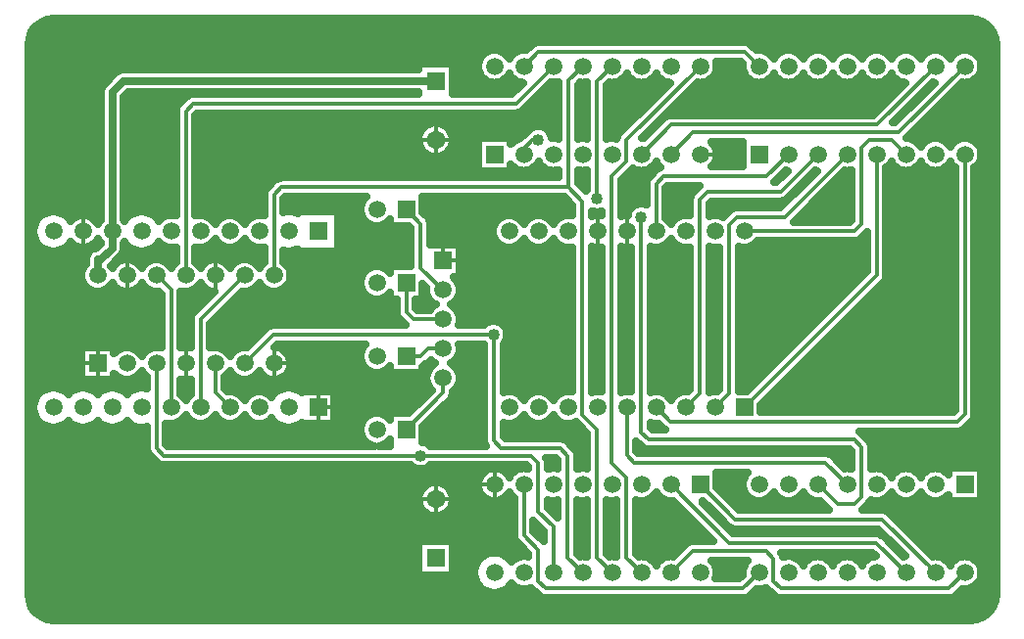
<source format=gbr>
G04 DipTrace 3.3.1.3*
G04 Bottom.gbr*
%MOIN*%
G04 #@! TF.FileFunction,Copper,L2,Bot*
G04 #@! TF.Part,Single*
G04 #@! TA.AperFunction,CopperBalancing*
%ADD13C,0.025*%
G04 #@! TA.AperFunction,Conductor*
%ADD14C,0.012992*%
G04 #@! TA.AperFunction,CopperBalancing*
%ADD15C,0.013*%
G04 #@! TA.AperFunction,ComponentPad*
%ADD17C,0.062992*%
%ADD18R,0.062992X0.062992*%
%ADD19C,0.059055*%
%ADD20R,0.059055X0.059055*%
%ADD22C,0.059055*%
G04 #@! TA.AperFunction,ViaPad*
%ADD23C,0.04*%
%FSLAX26Y26*%
G04*
G70*
G90*
G75*
G01*
G04 Bottom*
%LPD*%
X1818700Y2268700D2*
D13*
X756692D1*
X718700Y2230708D1*
Y1756200D1*
Y1699212D1*
X680708Y1661220D1*
X668700D1*
Y1606200D1*
X2218700Y2318700D2*
D14*
X2091731Y2191731D1*
X994684D1*
X968700Y2165747D1*
Y1606200D1*
X1018700Y1156200D2*
Y1456200D1*
X1168700Y1606200D1*
X918700Y1156200D2*
Y1556200D1*
X868700Y1606200D1*
X1118700Y1156200D2*
X1068700Y1206200D1*
Y1306200D1*
X1718700Y1831200D2*
X1767716Y1782184D1*
Y1632184D1*
X1843700Y1556200D1*
X1718700Y1581200D2*
Y1482184D1*
X1744684Y1456200D1*
X1843700D1*
X1718700Y1331200D2*
X1767716D1*
X1792716Y1356200D1*
X1843700D1*
X1718700Y1081200D2*
X1843700Y1206200D1*
Y1256200D1*
X2718700Y2318700D2*
X2467716Y2067716D1*
Y1994684D1*
X2417716Y1944684D1*
Y967716D1*
X2467716Y917716D1*
Y644684D1*
X2518700Y593700D1*
X2918700Y2318700D2*
X2869684Y2367716D1*
X2167716D1*
X2118700Y2318700D1*
X2167716Y2067716D2*
X2148228D1*
X2118700Y2038188D1*
Y2018700D1*
X3518700Y2318700D2*
X3319684Y2119684D1*
X2619684D1*
X2518700Y2018700D1*
X3618700Y2318700D2*
X3393700Y2093700D1*
X2693700D1*
X2618700Y2018700D1*
X3618700Y593700D2*
X3564893Y539893D1*
X2993700D1*
X2967716Y565877D1*
Y642715D1*
X2941731Y668700D1*
X2693700D1*
X2618700Y593700D1*
X3518700D2*
X3338035Y774365D1*
X2838035D1*
X2718700Y893700D1*
X3418700Y593700D2*
X3317716Y694684D1*
X2817716D1*
X2618700Y893700D1*
X2918700Y593700D2*
X2864893Y539893D1*
X2193700D1*
X2167716Y565877D1*
Y672302D1*
X2118700Y721318D1*
Y893700D1*
X3218700D2*
X3143700Y968700D1*
X2494684D1*
X2468700Y994684D1*
Y1156200D1*
X2517716Y1805216D2*
Y1072637D1*
X2543700Y1046653D1*
X3241732D1*
X3267716Y1020669D1*
Y852319D1*
X3241731Y826334D1*
X3186066D1*
X3118700Y893700D1*
X3618700Y2018700D2*
Y1133164D1*
X3592716Y1107180D1*
X2617720D1*
X2568700Y1156200D1*
X2868700Y1756200D2*
X3241732D1*
X3267716Y1782184D1*
Y2041732D1*
X3293700Y2067716D1*
X3369684D1*
X3418700Y2018700D1*
X2868700Y1156200D2*
X3318700Y1606200D1*
Y2018700D1*
X2768700Y1156200D2*
X2817716Y1205216D1*
Y1779232D1*
X2843700Y1805216D1*
X3005216D1*
X3218700Y2018700D1*
X2668700Y1156200D2*
X2717716Y1205216D1*
Y1865747D1*
X2743700Y1891731D1*
X2991731D1*
X3118700Y2018700D1*
X2568700Y1756200D2*
Y1917716D1*
X2594684Y1943700D1*
X2943700D1*
X3018700Y2018700D1*
X2418700Y593700D2*
X2367716Y644684D1*
Y1082180D1*
X2317716Y1132180D1*
Y1858511D1*
X2269684Y1906543D1*
X1294685D1*
X1268700Y1880558D1*
Y1606200D1*
X2269684Y1906543D2*
Y2269684D1*
X2318700Y2318700D1*
X868700Y1306200D2*
Y1018822D1*
X894684Y992838D1*
X1767716D1*
X2141732D1*
X2167716Y966854D1*
Y800527D1*
X2218700Y749543D1*
Y593700D1*
X1168700Y1306200D2*
X1267716Y1405216D1*
X2015669D1*
X2367716Y1868452D2*
Y2267716D1*
X2418700Y2318700D1*
X2015669Y1405216D2*
Y1044806D1*
X2041653Y1018822D1*
X2241732D1*
X2267716Y992838D1*
Y644684D1*
X2318700Y593700D1*
D23*
X2167716Y2067716D3*
X2517716Y1805216D3*
X1767716Y992838D3*
X2367716Y1868452D3*
X2015669Y1405216D3*
X1368700Y2093700D3*
X2468700Y1893700D3*
X2518700D3*
X2468700Y1843700D3*
X1368700Y2043700D3*
X461200Y2455331D2*
D13*
X3696220D1*
X443976Y2430462D2*
X3713444D1*
X436584Y2405594D2*
X3720800D1*
X434718Y2380725D2*
X2131561D1*
X2905811D2*
X3722702D1*
X434718Y2355856D2*
X1974281D1*
X2063106D2*
X2074290D1*
X2963118D2*
X2974288D1*
X3063127D2*
X3074258D1*
X3163136D2*
X3174241D1*
X3263110D2*
X3274293D1*
X3363119D2*
X3374267D1*
X3463128D2*
X3474276D1*
X3563137D2*
X3574285D1*
X3663111D2*
X3722702D1*
X434718Y2330987D2*
X1961542D1*
X2775838D2*
X2857247D1*
X3675849D2*
X3722702D1*
X434718Y2306119D2*
X743238D1*
X1879200D2*
X1961614D1*
X2775802D2*
X2861625D1*
X3675778D2*
X3722702D1*
X434718Y2281250D2*
X711588D1*
X1879200D2*
X1974532D1*
X2062855D2*
X2074541D1*
X2462856D2*
X2474542D1*
X2562865D2*
X2574552D1*
X2762848D2*
X2874543D1*
X2962867D2*
X2974553D1*
X3062876D2*
X3074515D1*
X3162849D2*
X3174535D1*
X3262858D2*
X3274544D1*
X3362868D2*
X3374554D1*
X3662859D2*
X3722702D1*
X434718Y2256381D2*
X686864D1*
X1879200D2*
X2107232D1*
X2205531D2*
X2234190D1*
X2305540D2*
X2332226D1*
X2405549D2*
X2607242D1*
X2705541D2*
X3407244D1*
X3605516D2*
X3722702D1*
X434718Y2231512D2*
X677211D1*
X1879200D2*
X2082364D1*
X2180663D2*
X2234190D1*
X2305181D2*
X2332226D1*
X2403217D2*
X2582374D1*
X2680673D2*
X3382376D1*
X3580649D2*
X3722702D1*
X434718Y2206644D2*
X677211D1*
X760188D2*
X960445D1*
X2155795D2*
X2234190D1*
X2305181D2*
X2332226D1*
X2403217D2*
X2557507D1*
X2655806D2*
X3357509D1*
X3555781D2*
X3722702D1*
X434718Y2181775D2*
X677211D1*
X760188D2*
X937372D1*
X2130928D2*
X2234190D1*
X2305181D2*
X2332226D1*
X2403217D2*
X2532639D1*
X2630938D2*
X3332605D1*
X3530913D2*
X3722702D1*
X434718Y2156906D2*
X677211D1*
X760188D2*
X933209D1*
X1009008D2*
X2234190D1*
X2305181D2*
X2332226D1*
X2403217D2*
X2507771D1*
X2606070D2*
X3307737D1*
X3506045D2*
X3722702D1*
X434718Y2132037D2*
X677211D1*
X760188D2*
X933209D1*
X1004200D2*
X2234190D1*
X2305181D2*
X2332226D1*
X2403217D2*
X2482868D1*
X3481178D2*
X3722702D1*
X434718Y2107169D2*
X677211D1*
X760188D2*
X933209D1*
X1004200D2*
X1772791D1*
X1864595D2*
X2140604D1*
X2194801D2*
X2234190D1*
X2305181D2*
X2332226D1*
X2403217D2*
X2458000D1*
X3456310D2*
X3722702D1*
X434718Y2082300D2*
X677211D1*
X760188D2*
X933209D1*
X1004200D2*
X1759837D1*
X1877585D2*
X2113655D1*
X2214358D2*
X2234190D1*
X2305181D2*
X2332226D1*
X2403217D2*
X2435644D1*
X3431442D2*
X3722702D1*
X434718Y2057431D2*
X677211D1*
X760188D2*
X933209D1*
X1004200D2*
X1759335D1*
X1878088D2*
X1960178D1*
X2761664D2*
X2860190D1*
X3461657D2*
X3475711D1*
X3561666D2*
X3575720D1*
X3661675D2*
X3722702D1*
X434718Y2032562D2*
X677211D1*
X760188D2*
X933209D1*
X1004200D2*
X1770854D1*
X1866533D2*
X1960178D1*
X2775479D2*
X2860190D1*
X3675491D2*
X3722702D1*
X434718Y2007693D2*
X677211D1*
X760188D2*
X933209D1*
X1004200D2*
X1960178D1*
X2776125D2*
X2860190D1*
X3676136D2*
X3722702D1*
X434718Y1982825D2*
X677211D1*
X760188D2*
X933209D1*
X1004200D2*
X1960178D1*
X2164228D2*
X2173153D1*
X2564229D2*
X2573188D1*
X2764212D2*
X2860190D1*
X3364231D2*
X3373190D1*
X3464240D2*
X3473163D1*
X3564214D2*
X3573173D1*
X3664223D2*
X3722702D1*
X434718Y1957956D2*
X677211D1*
X760188D2*
X933209D1*
X1004200D2*
X2234190D1*
X2305181D2*
X2332226D1*
X2480152D2*
X2559803D1*
X3207094D2*
X3232237D1*
X3354184D2*
X3583220D1*
X3654175D2*
X3722702D1*
X434718Y1933087D2*
X677211D1*
X760188D2*
X933209D1*
X1004200D2*
X1272602D1*
X2305181D2*
X2332226D1*
X2455285D2*
X2537017D1*
X3182227D2*
X3232237D1*
X3354184D2*
X3583220D1*
X3654175D2*
X3722702D1*
X434718Y1908218D2*
X677211D1*
X760188D2*
X933209D1*
X1004200D2*
X1247196D1*
X2317166D2*
X2332226D1*
X2453203D2*
X2533213D1*
X2608367D2*
X2711019D1*
X3157359D2*
X3232237D1*
X3354184D2*
X3583220D1*
X3654175D2*
X3722702D1*
X434718Y1883350D2*
X677211D1*
X760188D2*
X933209D1*
X1004200D2*
X1233344D1*
X2453203D2*
X2533213D1*
X2604204D2*
X2687300D1*
X3132491D2*
X3232237D1*
X3354184D2*
X3583220D1*
X3654175D2*
X3722702D1*
X434718Y1858481D2*
X677211D1*
X760188D2*
X933209D1*
X1004200D2*
X1233201D1*
X1304192D2*
X1567283D1*
X1777217D2*
X2268603D1*
X2453203D2*
X2533213D1*
X2604204D2*
X2682240D1*
X2759618D2*
X3009324D1*
X3107623D2*
X3232237D1*
X3354184D2*
X3583220D1*
X3654175D2*
X3722702D1*
X434718Y1833612D2*
X677211D1*
X760188D2*
X933209D1*
X1004200D2*
X1233201D1*
X1304192D2*
X1560249D1*
X1777217D2*
X2282239D1*
X2453203D2*
X2478418D1*
X2604204D2*
X2682240D1*
X2753195D2*
X2824413D1*
X3082756D2*
X3232237D1*
X3354184D2*
X3583220D1*
X3654175D2*
X3722702D1*
X434718Y1808743D2*
X472994D1*
X564403D2*
X596759D1*
X640621D2*
X677211D1*
X760188D2*
X772986D1*
X864395D2*
X896787D1*
X1040622D2*
X1096769D1*
X1140632D2*
X1196778D1*
X1489211D2*
X1564878D1*
X1790315D2*
X2046767D1*
X2090630D2*
X2146776D1*
X2190639D2*
X2246785D1*
X2604204D2*
X2646787D1*
X3057888D2*
X3232237D1*
X3354184D2*
X3583220D1*
X3654175D2*
X3722702D1*
X434718Y1783875D2*
X454047D1*
X1489211D2*
X1586229D1*
X1651192D2*
X1660190D1*
X1803161D2*
X2017486D1*
X3354184D2*
X3583220D1*
X3654175D2*
X3722702D1*
X434718Y1759006D2*
X448234D1*
X1489211D2*
X1732242D1*
X1803197D2*
X2010237D1*
X3354184D2*
X3583220D1*
X3654175D2*
X3722702D1*
X434718Y1734137D2*
X451858D1*
X1489211D2*
X1732242D1*
X1803197D2*
X2014722D1*
X3268815D2*
X3283228D1*
X3354184D2*
X3583220D1*
X3654175D2*
X3722702D1*
X434718Y1709268D2*
X466966D1*
X570432D2*
X585599D1*
X651781D2*
X671111D1*
X870460D2*
X885627D1*
X1051782D2*
X1085609D1*
X1151792D2*
X1185618D1*
X1489211D2*
X1732242D1*
X1902238D2*
X2035607D1*
X2101790D2*
X2135616D1*
X2201799D2*
X2235626D1*
X2601800D2*
X2635627D1*
X2901792D2*
X3283228D1*
X3354184D2*
X3583220D1*
X3654175D2*
X3722702D1*
X434718Y1684399D2*
X634832D1*
X757281D2*
X933209D1*
X1004200D2*
X1233201D1*
X1304192D2*
X1732242D1*
X1902238D2*
X2282239D1*
X2353194D2*
X2382212D1*
X2453203D2*
X2482222D1*
X2553213D2*
X2682240D1*
X2753195D2*
X2782213D1*
X2853204D2*
X3283228D1*
X3354184D2*
X3583220D1*
X3654175D2*
X3722702D1*
X434718Y1659531D2*
X627225D1*
X736647D2*
X749051D1*
X788357D2*
X849061D1*
X888330D2*
X933209D1*
X1004200D2*
X1049043D1*
X1088348D2*
X1149052D1*
X1188358D2*
X1233201D1*
X1304192D2*
X1732242D1*
X1902238D2*
X2282239D1*
X2353194D2*
X2382212D1*
X2453203D2*
X2482222D1*
X2553213D2*
X2682240D1*
X2753195D2*
X2782213D1*
X2853204D2*
X3283228D1*
X3354184D2*
X3583220D1*
X3654175D2*
X3722702D1*
X434718Y1634662D2*
X617966D1*
X1319443D2*
X1599471D1*
X1637951D2*
X1660187D1*
X1902238D2*
X2282239D1*
X2353194D2*
X2382212D1*
X2453203D2*
X2482222D1*
X2553213D2*
X2682240D1*
X2753195D2*
X2782213D1*
X2853204D2*
X3283228D1*
X3354184D2*
X3583220D1*
X3654175D2*
X3722702D1*
X434718Y1609793D2*
X610287D1*
X1327122D2*
X1568036D1*
X1902238D2*
X2282239D1*
X2353194D2*
X2382212D1*
X2453203D2*
X2482222D1*
X2553213D2*
X2682240D1*
X2753195D2*
X2782213D1*
X2853204D2*
X3273145D1*
X3354184D2*
X3583220D1*
X3654175D2*
X3722702D1*
X434718Y1584924D2*
X614378D1*
X1323031D2*
X1560321D1*
X1894307D2*
X2282239D1*
X2353194D2*
X2382212D1*
X2453203D2*
X2482222D1*
X2553213D2*
X2682240D1*
X2753195D2*
X2782213D1*
X2853204D2*
X3248277D1*
X3346397D2*
X3583220D1*
X3654175D2*
X3722702D1*
X434718Y1560056D2*
X634437D1*
X702952D2*
X734446D1*
X802961D2*
X834420D1*
X1002980D2*
X1034438D1*
X1202962D2*
X1234421D1*
X1302972D2*
X1564340D1*
X1777217D2*
X1785314D1*
X1902094D2*
X2282239D1*
X2353194D2*
X2382212D1*
X2453203D2*
X2482222D1*
X2553213D2*
X2682240D1*
X2753195D2*
X2782213D1*
X2853204D2*
X3223410D1*
X3321708D2*
X3583220D1*
X3654175D2*
X3722702D1*
X434718Y1535187D2*
X883222D1*
X954177D2*
X1048541D1*
X1146840D2*
X1584256D1*
X1777217D2*
X1789247D1*
X1898147D2*
X2282239D1*
X2353194D2*
X2382212D1*
X2453203D2*
X2482222D1*
X2553213D2*
X2682240D1*
X2753195D2*
X2782213D1*
X2853204D2*
X3198542D1*
X3296841D2*
X3583220D1*
X3654175D2*
X3722702D1*
X434718Y1510318D2*
X883222D1*
X954177D2*
X1023673D1*
X1121972D2*
X1683224D1*
X1754179D2*
X1809070D1*
X1878339D2*
X2282239D1*
X2353194D2*
X2382212D1*
X2453203D2*
X2482222D1*
X2553213D2*
X2682240D1*
X2753195D2*
X2782213D1*
X2853204D2*
X3173674D1*
X3271973D2*
X3583220D1*
X3654175D2*
X3722702D1*
X434718Y1485449D2*
X883222D1*
X954177D2*
X998805D1*
X1097104D2*
X1683224D1*
X1893984D2*
X2282239D1*
X2353194D2*
X2382212D1*
X2453203D2*
X2482222D1*
X2553213D2*
X2682240D1*
X2753195D2*
X2782213D1*
X2853204D2*
X3148806D1*
X3247105D2*
X3583220D1*
X3654175D2*
X3722702D1*
X434718Y1460581D2*
X883222D1*
X954177D2*
X983519D1*
X1072236D2*
X1691262D1*
X1902058D2*
X2282239D1*
X2353194D2*
X2382212D1*
X2453203D2*
X2482222D1*
X2553213D2*
X2682240D1*
X2753195D2*
X2782213D1*
X2853204D2*
X3123939D1*
X3222237D2*
X3583220D1*
X3654175D2*
X3722702D1*
X434718Y1435712D2*
X883222D1*
X954177D2*
X983196D1*
X1054187D2*
X1252650D1*
X2053274D2*
X2282239D1*
X2353194D2*
X2382212D1*
X2453203D2*
X2482222D1*
X2553213D2*
X2682240D1*
X2753195D2*
X2782213D1*
X2853204D2*
X3099071D1*
X3197370D2*
X3583220D1*
X3654175D2*
X3722702D1*
X434718Y1410843D2*
X883222D1*
X954177D2*
X983196D1*
X1054187D2*
X1224194D1*
X2064326D2*
X2282239D1*
X2353194D2*
X2382212D1*
X2453203D2*
X2482222D1*
X2553213D2*
X2682240D1*
X2753195D2*
X2782213D1*
X2853204D2*
X3074203D1*
X3172502D2*
X3583220D1*
X3654175D2*
X3722702D1*
X434718Y1385974D2*
X883222D1*
X954177D2*
X983196D1*
X1054187D2*
X1199326D1*
X2060487D2*
X2282239D1*
X2353194D2*
X2382212D1*
X2453203D2*
X2482222D1*
X2553213D2*
X2682240D1*
X2753195D2*
X2782213D1*
X2853204D2*
X3049335D1*
X3147634D2*
X3583220D1*
X3654175D2*
X3722702D1*
X434718Y1361106D2*
X610180D1*
X727210D2*
X755080D1*
X782328D2*
X855089D1*
X1082320D2*
X1155081D1*
X1282302D2*
X1568826D1*
X1902022D2*
X1980166D1*
X2051157D2*
X2282239D1*
X2353194D2*
X2382212D1*
X2453203D2*
X2482222D1*
X2553213D2*
X2682240D1*
X2753195D2*
X2782213D1*
X2853204D2*
X3024468D1*
X3122766D2*
X3583220D1*
X3654175D2*
X3722702D1*
X434718Y1336237D2*
X610180D1*
X1318474D2*
X1560393D1*
X1898542D2*
X1980166D1*
X2051157D2*
X2282239D1*
X2353194D2*
X2382212D1*
X2453203D2*
X2482222D1*
X2553213D2*
X2682240D1*
X2753195D2*
X2782213D1*
X2853204D2*
X2999600D1*
X3097899D2*
X3583220D1*
X3654175D2*
X3722702D1*
X434718Y1311368D2*
X610180D1*
X1326978D2*
X1563802D1*
X1797025D2*
X1807622D1*
X1879774D2*
X1980166D1*
X2051157D2*
X2282239D1*
X2353194D2*
X2382212D1*
X2453203D2*
X2482222D1*
X2553213D2*
X2682240D1*
X2753195D2*
X2782213D1*
X2853204D2*
X2974732D1*
X3073031D2*
X3583220D1*
X3654175D2*
X3722702D1*
X434718Y1286499D2*
X610180D1*
X1323641D2*
X1582426D1*
X1777217D2*
X1794071D1*
X1893302D2*
X1980166D1*
X2051157D2*
X2282239D1*
X2353194D2*
X2382212D1*
X2453203D2*
X2482222D1*
X2553213D2*
X2682240D1*
X2753195D2*
X2782213D1*
X2853204D2*
X2949864D1*
X3048163D2*
X3583220D1*
X3654175D2*
X3722702D1*
X434718Y1261630D2*
X610180D1*
X805150D2*
X832267D1*
X1105142D2*
X1132259D1*
X1205151D2*
X1232268D1*
X1305125D2*
X1785458D1*
X1901951D2*
X1980166D1*
X2051157D2*
X2282239D1*
X2353194D2*
X2382212D1*
X2453203D2*
X2482222D1*
X2553213D2*
X2682240D1*
X2753195D2*
X2782213D1*
X2853204D2*
X2924961D1*
X3023295D2*
X3583220D1*
X3654175D2*
X3722702D1*
X434718Y1236762D2*
X833200D1*
X954177D2*
X983196D1*
X1104173D2*
X1788652D1*
X1898757D2*
X1980166D1*
X2051157D2*
X2282239D1*
X2353194D2*
X2382212D1*
X2453203D2*
X2482222D1*
X2553213D2*
X2682240D1*
X2753195D2*
X2782213D1*
X2853204D2*
X2900093D1*
X2998428D2*
X3583220D1*
X3654175D2*
X3722702D1*
X434718Y1211893D2*
X477121D1*
X560277D2*
X577130D1*
X660250D2*
X677139D1*
X760259D2*
X777149D1*
X954177D2*
X983196D1*
X1127228D2*
X1210163D1*
X1227256D2*
X1277123D1*
X1477225D2*
X1800243D1*
X1880492D2*
X1980166D1*
X2051157D2*
X2060152D1*
X2077237D2*
X2160161D1*
X2177217D2*
X2260170D1*
X2577255D2*
X2660171D1*
X2973560D2*
X3583220D1*
X3654175D2*
X3722702D1*
X434718Y1187024D2*
X455555D1*
X1477225D2*
X1775375D1*
X1873028D2*
X1980166D1*
X2948692D2*
X3583220D1*
X3654175D2*
X3722702D1*
X434718Y1162155D2*
X448449D1*
X1477225D2*
X1750507D1*
X1848806D2*
X1980166D1*
X2927234D2*
X3583220D1*
X3654175D2*
X3722702D1*
X434718Y1137287D2*
X450854D1*
X1477225D2*
X1725639D1*
X1823938D2*
X1980166D1*
X3654175D2*
X3722702D1*
X434718Y1112418D2*
X464131D1*
X956151D2*
X981258D1*
X1056160D2*
X1081267D1*
X1156134D2*
X1181240D1*
X1256143D2*
X1264155D1*
X1477225D2*
X1569687D1*
X1799071D2*
X1980166D1*
X2106132D2*
X2131238D1*
X2206141D2*
X2231248D1*
X3646855D2*
X3722702D1*
X434718Y1087549D2*
X833200D1*
X904191D2*
X1560536D1*
X1777217D2*
X1980166D1*
X2051157D2*
X2313207D1*
X2553213D2*
X2588188D1*
X3622238D2*
X3722702D1*
X434718Y1062680D2*
X833200D1*
X904191D2*
X1563335D1*
X1777217D2*
X1980166D1*
X2051157D2*
X2332226D1*
X3274844D2*
X3722702D1*
X434718Y1037812D2*
X833200D1*
X904191D2*
X1580775D1*
X1781990D2*
X1980920D1*
X2271881D2*
X2332226D1*
X3298384D2*
X3722702D1*
X434718Y1012943D2*
X833738D1*
X2296354D2*
X2332226D1*
X2504195D2*
X3226280D1*
X3303192D2*
X3722702D1*
X434718Y988074D2*
X850281D1*
X2303208D2*
X2332226D1*
X3173471D2*
X3232237D1*
X3303192D2*
X3722702D1*
X434718Y963205D2*
X877696D1*
X2203198D2*
X2232217D1*
X2303208D2*
X2332226D1*
X3198339D2*
X3232237D1*
X3303192D2*
X3722702D1*
X434718Y938336D2*
X1982355D1*
X2055032D2*
X2082364D1*
X3355045D2*
X3382341D1*
X3455054D2*
X3482350D1*
X3677213D2*
X3722702D1*
X434718Y913468D2*
X1963767D1*
X2777238D2*
X2863778D1*
X3677213D2*
X3722702D1*
X434718Y888599D2*
X1779502D1*
X1857885D2*
X1960430D1*
X2777238D2*
X2860405D1*
X3677213D2*
X3722702D1*
X434718Y863730D2*
X1761775D1*
X1875612D2*
X1968862D1*
X2797835D2*
X2868874D1*
X3677213D2*
X3722702D1*
X434718Y838861D2*
X1758402D1*
X1878985D2*
X2004747D1*
X2032641D2*
X2083225D1*
X2532651D2*
X2604766D1*
X2822703D2*
X2904758D1*
X2932652D2*
X3004767D1*
X3032625D2*
X3104740D1*
X3332653D2*
X3404768D1*
X3432626D2*
X3504742D1*
X3532636D2*
X3560183D1*
X3677213D2*
X3722702D1*
X434718Y813993D2*
X1766404D1*
X1871018D2*
X2083225D1*
X2203414D2*
X2232217D1*
X2303208D2*
X2332226D1*
X2403217D2*
X2432235D1*
X2503190D2*
X2649263D1*
X2847571D2*
X3149273D1*
X3278540D2*
X3722702D1*
X434718Y789124D2*
X1796618D1*
X1840804D2*
X2083225D1*
X2303208D2*
X2332226D1*
X2403217D2*
X2432235D1*
X2503190D2*
X2674130D1*
X3372413D2*
X3722702D1*
X434718Y764255D2*
X2083225D1*
X2303208D2*
X2332226D1*
X2403217D2*
X2432235D1*
X2503190D2*
X2698998D1*
X3397280D2*
X3722702D1*
X434718Y739386D2*
X2083225D1*
X2154180D2*
X2179718D1*
X2303208D2*
X2332226D1*
X2403217D2*
X2432235D1*
X2503190D2*
X2723866D1*
X2822165D2*
X3323849D1*
X3422148D2*
X3722702D1*
X434718Y714518D2*
X2083907D1*
X2174670D2*
X2183236D1*
X2303208D2*
X2332226D1*
X2403217D2*
X2432235D1*
X2503190D2*
X2748733D1*
X3447052D2*
X3722702D1*
X434718Y689649D2*
X1758222D1*
X1879200D2*
X2101203D1*
X2303208D2*
X2332226D1*
X2403217D2*
X2432235D1*
X2503190D2*
X2665482D1*
X3471920D2*
X3722702D1*
X434718Y664780D2*
X1758222D1*
X1879200D2*
X2126071D1*
X2303208D2*
X2332226D1*
X2403217D2*
X2432235D1*
X2503190D2*
X2640614D1*
X3496787D2*
X3722702D1*
X434718Y639911D2*
X1758222D1*
X1879200D2*
X1966279D1*
X2071109D2*
X2084517D1*
X2552854D2*
X2584527D1*
X3052864D2*
X3084538D1*
X3152873D2*
X3184547D1*
X3252883D2*
X3284520D1*
X3552874D2*
X3584548D1*
X3652884D2*
X3722702D1*
X434718Y615043D2*
X1758222D1*
X1879200D2*
X1951602D1*
X2773003D2*
X2864388D1*
X3672979D2*
X3722702D1*
X434718Y590174D2*
X1758222D1*
X1879200D2*
X1948265D1*
X2777094D2*
X2860297D1*
X3677105D2*
X3722702D1*
X434718Y565305D2*
X1954365D1*
X3669498D2*
X3722702D1*
X434718Y540436D2*
X1973886D1*
X2063501D2*
X2098835D1*
X3638566D2*
X3722702D1*
X435436Y515567D2*
X2168917D1*
X2889663D2*
X2968919D1*
X3589691D2*
X3721949D1*
X440316Y490699D2*
X3717068D1*
X454095Y465830D2*
X3703325D1*
X485638Y440961D2*
X3671747D1*
X1876659Y2066863D2*
X1875962Y2059552D1*
X1874347Y2052388D1*
X1871838Y2045485D1*
X1868478Y2038955D1*
X1864319Y2032902D1*
X1859429Y2027423D1*
X1853885Y2022606D1*
X1847776Y2018528D1*
X1841202Y2015256D1*
X1834266Y2012840D1*
X1827081Y2011321D1*
X1819761Y2010722D1*
X1812425Y2011052D1*
X1805189Y2012308D1*
X1798169Y2014468D1*
X1791479Y2017498D1*
X1785226Y2021349D1*
X1779509Y2025960D1*
X1774422Y2031256D1*
X1770044Y2037153D1*
X1766447Y2043556D1*
X1763688Y2050362D1*
X1761811Y2057462D1*
X1760847Y2064743D1*
X1760811Y2072087D1*
X1761703Y2079377D1*
X1763510Y2086495D1*
X1766202Y2093328D1*
X1769736Y2099766D1*
X1774055Y2105706D1*
X1779090Y2111052D1*
X1784761Y2115719D1*
X1790976Y2119632D1*
X1797636Y2122727D1*
X1804634Y2124956D1*
X1811857Y2126283D1*
X1819190Y2126686D1*
X1826516Y2126159D1*
X1833715Y2124710D1*
X1840674Y2122363D1*
X1847281Y2119155D1*
X1853429Y2115138D1*
X1859020Y2110376D1*
X1863964Y2104946D1*
X1868183Y2098934D1*
X1871607Y2092437D1*
X1874183Y2085559D1*
X1875869Y2078411D1*
X1876638Y2071108D1*
X1876659Y2066863D1*
X1769898Y2326688D2*
X1876688D1*
Y2224741D1*
X2078063Y2224719D1*
X2116083Y2262735D1*
X2109937Y2263370D1*
X2101389Y2265422D1*
X2093268Y2268786D1*
X2085772Y2273379D1*
X2079088Y2279088D1*
X2073379Y2285772D1*
X2068707Y2293439D1*
X2064021Y2285772D1*
X2058312Y2279088D1*
X2051628Y2273379D1*
X2044132Y2268786D1*
X2036011Y2265422D1*
X2027463Y2263370D1*
X2018700Y2262680D1*
X2009937Y2263370D1*
X2001389Y2265422D1*
X1993268Y2268786D1*
X1985772Y2273379D1*
X1979088Y2279088D1*
X1973379Y2285772D1*
X1968786Y2293268D1*
X1965422Y2301389D1*
X1963370Y2309937D1*
X1962680Y2318700D1*
X1963370Y2327463D1*
X1965422Y2336011D1*
X1968786Y2344132D1*
X1973379Y2351628D1*
X1979088Y2358312D1*
X1985772Y2364021D1*
X1993268Y2368614D1*
X2001389Y2371978D1*
X2009937Y2374030D1*
X2018700Y2374720D1*
X2027463Y2374030D1*
X2036011Y2371978D1*
X2044132Y2368614D1*
X2051628Y2364021D1*
X2058312Y2358312D1*
X2064021Y2351628D1*
X2068693Y2343961D1*
X2073379Y2351628D1*
X2079088Y2358312D1*
X2085772Y2364021D1*
X2093268Y2368614D1*
X2101389Y2371978D1*
X2109937Y2374030D1*
X2118700Y2374720D1*
X2127378Y2374040D1*
X2146292Y2392800D1*
X2150480Y2395843D1*
X2155092Y2398193D1*
X2160015Y2399793D1*
X2165128Y2400603D1*
X2232020Y2400704D1*
X2872272Y2400603D1*
X2877385Y2399793D1*
X2882308Y2398193D1*
X2886920Y2395843D1*
X2891108Y2392800D1*
X2909985Y2374067D1*
X2918700Y2374720D1*
X2927463Y2374030D1*
X2936011Y2371978D1*
X2944132Y2368614D1*
X2951628Y2364021D1*
X2958312Y2358312D1*
X2964021Y2351628D1*
X2968693Y2343961D1*
X2973379Y2351628D1*
X2979088Y2358312D1*
X2985772Y2364021D1*
X2993268Y2368614D1*
X3001389Y2371978D1*
X3009937Y2374030D1*
X3018700Y2374720D1*
X3027463Y2374030D1*
X3036011Y2371978D1*
X3044132Y2368614D1*
X3051628Y2364021D1*
X3058312Y2358312D1*
X3064021Y2351628D1*
X3068693Y2343961D1*
X3073379Y2351628D1*
X3079088Y2358312D1*
X3085772Y2364021D1*
X3093268Y2368614D1*
X3101389Y2371978D1*
X3109937Y2374030D1*
X3118700Y2374720D1*
X3127463Y2374030D1*
X3136011Y2371978D1*
X3144132Y2368614D1*
X3151628Y2364021D1*
X3158312Y2358312D1*
X3164021Y2351628D1*
X3168693Y2343961D1*
X3173379Y2351628D1*
X3179088Y2358312D1*
X3185772Y2364021D1*
X3193268Y2368614D1*
X3201389Y2371978D1*
X3209937Y2374030D1*
X3218700Y2374720D1*
X3227463Y2374030D1*
X3236011Y2371978D1*
X3244132Y2368614D1*
X3251628Y2364021D1*
X3258312Y2358312D1*
X3264021Y2351628D1*
X3268693Y2343961D1*
X3273379Y2351628D1*
X3279088Y2358312D1*
X3285772Y2364021D1*
X3293268Y2368614D1*
X3301389Y2371978D1*
X3309937Y2374030D1*
X3318700Y2374720D1*
X3327463Y2374030D1*
X3336011Y2371978D1*
X3344132Y2368614D1*
X3351628Y2364021D1*
X3358312Y2358312D1*
X3364021Y2351628D1*
X3368693Y2343961D1*
X3373379Y2351628D1*
X3379088Y2358312D1*
X3385772Y2364021D1*
X3393268Y2368614D1*
X3401389Y2371978D1*
X3409937Y2374030D1*
X3418700Y2374720D1*
X3427463Y2374030D1*
X3436011Y2371978D1*
X3444132Y2368614D1*
X3451628Y2364021D1*
X3458312Y2358312D1*
X3464021Y2351628D1*
X3468693Y2343961D1*
X3473379Y2351628D1*
X3479088Y2358312D1*
X3485772Y2364021D1*
X3493268Y2368614D1*
X3501389Y2371978D1*
X3509937Y2374030D1*
X3518700Y2374720D1*
X3527463Y2374030D1*
X3536011Y2371978D1*
X3544132Y2368614D1*
X3551628Y2364021D1*
X3558312Y2358312D1*
X3564021Y2351628D1*
X3568693Y2343961D1*
X3573379Y2351628D1*
X3579088Y2358312D1*
X3585772Y2364021D1*
X3593268Y2368614D1*
X3601389Y2371978D1*
X3609937Y2374030D1*
X3618700Y2374720D1*
X3627463Y2374030D1*
X3636011Y2371978D1*
X3644132Y2368614D1*
X3651628Y2364021D1*
X3658312Y2358312D1*
X3664021Y2351628D1*
X3668614Y2344132D1*
X3671978Y2336011D1*
X3674030Y2327463D1*
X3674720Y2318700D1*
X3674030Y2309937D1*
X3671978Y2301389D1*
X3668614Y2293268D1*
X3664021Y2285772D1*
X3658312Y2279088D1*
X3651628Y2273379D1*
X3644132Y2268786D1*
X3636011Y2265422D1*
X3627463Y2263370D1*
X3618700Y2262680D1*
X3610022Y2263360D1*
X3421298Y2074646D1*
X3427463Y2074030D1*
X3436011Y2071978D1*
X3444132Y2068614D1*
X3451628Y2064021D1*
X3458312Y2058312D1*
X3464021Y2051628D1*
X3468693Y2043961D1*
X3473379Y2051628D1*
X3479088Y2058312D1*
X3485772Y2064021D1*
X3493268Y2068614D1*
X3501389Y2071978D1*
X3509937Y2074030D1*
X3518700Y2074720D1*
X3527463Y2074030D1*
X3536011Y2071978D1*
X3544132Y2068614D1*
X3551628Y2064021D1*
X3558312Y2058312D1*
X3564021Y2051628D1*
X3568693Y2043961D1*
X3573379Y2051628D1*
X3579088Y2058312D1*
X3585772Y2064021D1*
X3593268Y2068614D1*
X3601389Y2071978D1*
X3609937Y2074030D1*
X3618700Y2074720D1*
X3627463Y2074030D1*
X3636011Y2071978D1*
X3644132Y2068614D1*
X3651628Y2064021D1*
X3658312Y2058312D1*
X3664021Y2051628D1*
X3668614Y2044132D1*
X3671978Y2036011D1*
X3674030Y2027463D1*
X3674720Y2018700D1*
X3674030Y2009937D1*
X3671978Y2001389D1*
X3668614Y1993268D1*
X3664021Y1985772D1*
X3658312Y1979088D1*
X3651695Y1973432D1*
X3651587Y1130576D1*
X3650777Y1125463D1*
X3649177Y1120540D1*
X3646827Y1115928D1*
X3643784Y1111740D1*
X3616042Y1083854D1*
X3612106Y1080492D1*
X3607692Y1077787D1*
X3602910Y1075806D1*
X3597876Y1074598D1*
X3592716Y1074192D1*
X3259890D1*
X3265058Y1069979D1*
X3292800Y1042093D1*
X3295843Y1037905D1*
X3298193Y1033293D1*
X3299793Y1028370D1*
X3300602Y1023257D1*
X3300704Y956365D1*
Y946783D1*
X3309937Y949030D1*
X3318700Y949720D1*
X3327463Y949030D1*
X3336011Y946978D1*
X3344132Y943614D1*
X3351628Y939021D1*
X3358312Y933312D1*
X3364021Y926628D1*
X3368693Y918961D1*
X3373379Y926628D1*
X3379088Y933312D1*
X3385772Y939021D1*
X3393268Y943614D1*
X3401389Y946978D1*
X3409937Y949030D1*
X3418700Y949720D1*
X3427463Y949030D1*
X3436011Y946978D1*
X3444132Y943614D1*
X3451628Y939021D1*
X3458312Y933312D1*
X3464021Y926628D1*
X3468693Y918961D1*
X3473379Y926628D1*
X3479088Y933312D1*
X3485772Y939021D1*
X3493268Y943614D1*
X3501389Y946978D1*
X3509937Y949030D1*
X3518700Y949720D1*
X3527463Y949030D1*
X3536011Y946978D1*
X3544132Y943614D1*
X3551628Y939021D1*
X3558312Y933312D1*
X3562670Y928341D1*
X3562680Y949720D1*
X3674720D1*
Y837680D1*
X3562680D1*
Y859031D1*
X3558312Y854088D1*
X3551628Y848379D1*
X3544132Y843786D1*
X3536011Y840422D1*
X3527463Y838370D1*
X3518700Y837680D1*
X3509937Y838370D1*
X3501389Y840422D1*
X3493268Y843786D1*
X3485772Y848379D1*
X3479088Y854088D1*
X3473379Y860772D1*
X3468707Y868439D1*
X3464021Y860772D1*
X3458312Y854088D1*
X3451628Y848379D1*
X3444132Y843786D1*
X3436011Y840422D1*
X3427463Y838370D1*
X3418700Y837680D1*
X3409937Y838370D1*
X3401389Y840422D1*
X3393268Y843786D1*
X3385772Y848379D1*
X3379088Y854088D1*
X3373379Y860772D1*
X3368707Y868439D1*
X3364021Y860772D1*
X3358312Y854088D1*
X3351628Y848379D1*
X3344132Y843786D1*
X3336011Y840422D1*
X3327463Y838370D1*
X3318700Y837680D1*
X3309937Y838370D1*
X3301389Y840422D1*
X3298826Y841368D1*
X3297109Y837343D1*
X3294404Y832929D1*
X3291042Y828993D1*
X3269398Y807349D1*
X3340623Y807251D1*
X3345736Y806442D1*
X3350659Y804842D1*
X3355271Y802492D1*
X3359459Y799449D1*
X3406831Y752221D1*
X3510027Y649025D1*
X3518700Y649720D1*
X3527463Y649030D1*
X3536011Y646978D1*
X3544132Y643614D1*
X3551628Y639021D1*
X3558312Y633312D1*
X3564021Y626628D1*
X3568693Y618961D1*
X3573379Y626628D1*
X3579088Y633312D1*
X3585772Y639021D1*
X3593268Y643614D1*
X3601389Y646978D1*
X3609937Y649030D1*
X3618700Y649720D1*
X3627463Y649030D1*
X3636011Y646978D1*
X3644132Y643614D1*
X3651628Y639021D1*
X3658312Y633312D1*
X3664021Y626628D1*
X3668614Y619132D1*
X3671978Y611011D1*
X3674030Y602463D1*
X3674720Y593700D1*
X3674030Y584937D1*
X3671978Y576389D1*
X3668614Y568268D1*
X3664021Y560772D1*
X3658312Y554088D1*
X3651628Y548379D1*
X3644132Y543786D1*
X3636011Y540422D1*
X3627463Y538370D1*
X3618700Y537680D1*
X3610022Y538360D1*
X3586317Y514809D1*
X3582129Y511766D1*
X3577517Y509416D1*
X3572594Y507816D1*
X3567481Y507007D1*
X3500589Y506905D1*
X2991112Y507007D1*
X2985999Y507816D1*
X2981076Y509416D1*
X2976464Y511766D1*
X2972276Y514809D1*
X2944383Y542558D1*
X2940138Y541945D1*
X2931778Y539228D1*
X2923095Y537853D1*
X2914305D1*
X2910022Y538360D1*
X2886317Y514809D1*
X2882129Y511766D1*
X2877517Y509416D1*
X2872594Y507816D1*
X2867481Y507006D1*
X2800589Y506905D1*
X2191112Y507006D1*
X2185999Y507816D1*
X2181076Y509416D1*
X2176464Y511766D1*
X2172276Y514809D1*
X2144383Y542558D1*
X2140138Y541945D1*
X2131778Y539228D1*
X2123095Y537853D1*
X2114305D1*
X2105622Y539228D1*
X2097262Y541945D1*
X2089430Y545935D1*
X2082318Y551102D1*
X2076161Y557255D1*
X2070429Y549520D1*
X2062880Y541971D1*
X2054244Y535697D1*
X2044733Y530851D1*
X2034581Y527552D1*
X2024037Y525882D1*
X2013363D1*
X2002819Y527552D1*
X1992667Y530851D1*
X1983156Y535697D1*
X1974520Y541971D1*
X1966971Y549520D1*
X1960697Y558156D1*
X1955851Y567667D1*
X1952552Y577819D1*
X1950882Y588363D1*
Y599037D1*
X1952552Y609581D1*
X1955851Y619733D1*
X1960697Y629244D1*
X1966971Y637880D1*
X1974520Y645429D1*
X1983156Y651703D1*
X1992667Y656549D1*
X2002819Y659848D1*
X2013363Y661518D1*
X2024037D1*
X2034581Y659848D1*
X2044733Y656549D1*
X2054244Y651703D1*
X2062880Y645429D1*
X2070429Y637880D1*
X2076135Y630094D1*
X2082318Y636298D1*
X2089430Y641465D1*
X2097262Y645455D1*
X2105622Y648172D1*
X2114305Y649547D1*
X2123095D1*
X2131778Y648172D1*
X2134738Y647337D1*
X2134728Y658638D1*
X2093616Y699894D1*
X2090573Y704082D1*
X2088223Y708694D1*
X2086623Y713617D1*
X2085813Y718730D1*
X2085712Y785622D1*
Y848456D1*
X2079088Y854088D1*
X2073379Y860772D1*
X2068707Y868439D1*
X2065238Y862517D1*
X2060759Y856697D1*
X2055557Y851513D1*
X2049722Y847054D1*
X2043354Y843397D1*
X2036562Y840604D1*
X2029463Y838724D1*
X2022179Y837788D1*
X2014835Y837814D1*
X2007558Y838800D1*
X2000472Y840729D1*
X1993699Y843568D1*
X1987356Y847270D1*
X1981552Y851769D1*
X1976386Y856988D1*
X1971947Y862839D1*
X1968312Y869220D1*
X1965543Y876022D1*
X1963687Y883127D1*
X1962777Y890414D1*
X1962827Y897758D1*
X1963838Y905032D1*
X1965792Y912111D1*
X1968655Y918874D1*
X1972378Y925204D1*
X1976897Y930993D1*
X1982135Y936140D1*
X1988001Y940559D1*
X1994394Y944172D1*
X2001205Y946918D1*
X2008317Y948749D1*
X2015607Y949634D1*
X2022951Y949558D1*
X2030221Y948522D1*
X2037294Y946544D1*
X2044046Y943658D1*
X2050364Y939913D1*
X2056137Y935374D1*
X2061266Y930118D1*
X2065665Y924237D1*
X2068696Y918956D1*
X2073379Y926628D1*
X2079088Y933312D1*
X2085772Y939021D1*
X2093268Y943614D1*
X2101389Y946978D1*
X2109937Y949030D1*
X2118700Y949720D1*
X2127463Y949030D1*
X2134738Y947337D1*
X2134728Y953214D1*
X2128074Y959843D1*
X1800509Y959850D1*
X1795043Y955225D1*
X1788823Y951413D1*
X1782083Y948621D1*
X1774989Y946918D1*
X1767716Y946346D1*
X1760443Y946918D1*
X1753349Y948621D1*
X1746609Y951413D1*
X1740389Y955225D1*
X1734956Y959857D1*
X892096Y959952D1*
X886983Y960761D1*
X882060Y962361D1*
X877448Y964711D1*
X873260Y967754D1*
X845374Y995496D1*
X842012Y999432D1*
X839307Y1003846D1*
X837326Y1008628D1*
X836118Y1013662D1*
X835712Y1018832D1*
Y1090339D1*
X829342Y1089010D1*
X818700Y1088172D1*
X808058Y1089010D1*
X797678Y1091502D1*
X787816Y1095587D1*
X778714Y1101165D1*
X770597Y1108097D1*
X768742Y1110104D1*
X762880Y1104471D1*
X754244Y1098197D1*
X744733Y1093351D1*
X734581Y1090052D1*
X724037Y1088382D1*
X713363D1*
X702819Y1090052D1*
X692667Y1093351D1*
X683156Y1098197D1*
X674520Y1104471D1*
X668742Y1110104D1*
X662880Y1104471D1*
X654244Y1098197D1*
X644733Y1093351D1*
X634581Y1090052D1*
X624037Y1088382D1*
X613363D1*
X602819Y1090052D1*
X592667Y1093351D1*
X583156Y1098197D1*
X574520Y1104471D1*
X568742Y1110104D1*
X562880Y1104471D1*
X554244Y1098197D1*
X544733Y1093351D1*
X534581Y1090052D1*
X524037Y1088382D1*
X513363D1*
X502819Y1090052D1*
X492667Y1093351D1*
X483156Y1098197D1*
X474520Y1104471D1*
X466971Y1112020D1*
X460697Y1120656D1*
X455851Y1130167D1*
X452552Y1140319D1*
X450882Y1150863D1*
Y1161537D1*
X452552Y1172081D1*
X455851Y1182233D1*
X460697Y1191744D1*
X466971Y1200380D1*
X474520Y1207929D1*
X483156Y1214203D1*
X492667Y1219049D1*
X502819Y1222348D1*
X513363Y1224018D1*
X524037D1*
X534581Y1222348D1*
X544733Y1219049D1*
X554244Y1214203D1*
X562880Y1207929D1*
X568658Y1202296D1*
X574520Y1207929D1*
X583156Y1214203D1*
X592667Y1219049D1*
X602819Y1222348D1*
X613363Y1224018D1*
X624037D1*
X634581Y1222348D1*
X644733Y1219049D1*
X654244Y1214203D1*
X662880Y1207929D1*
X668658Y1202296D1*
X674520Y1207929D1*
X683156Y1214203D1*
X692667Y1219049D1*
X702819Y1222348D1*
X713363Y1224018D1*
X724037D1*
X734581Y1222348D1*
X744733Y1219049D1*
X754244Y1214203D1*
X762880Y1207929D1*
X768658Y1202296D1*
X774520Y1207929D1*
X783156Y1214203D1*
X792667Y1219049D1*
X802819Y1222348D1*
X813363Y1224018D1*
X824037D1*
X834581Y1222348D1*
X835725Y1222025D1*
X835712Y1260933D1*
X829088Y1266588D1*
X823379Y1273272D1*
X818707Y1280939D1*
X814021Y1273272D1*
X808312Y1266588D1*
X801628Y1260879D1*
X794132Y1256286D1*
X786011Y1252922D1*
X777463Y1250870D1*
X768700Y1250180D1*
X759937Y1250870D1*
X751389Y1252922D1*
X743268Y1256286D1*
X735772Y1260879D1*
X729088Y1266588D1*
X724730Y1271559D1*
X724720Y1250180D1*
X612681D1*
Y1362219D1*
X724720D1*
Y1340897D1*
X729088Y1345812D1*
X735772Y1351521D1*
X743268Y1356114D1*
X751389Y1359478D1*
X759937Y1361530D1*
X768700Y1362220D1*
X777463Y1361530D1*
X786011Y1359478D1*
X794132Y1356114D1*
X801628Y1351521D1*
X808312Y1345812D1*
X814021Y1339128D1*
X818693Y1331461D1*
X823379Y1339128D1*
X829088Y1345812D1*
X835772Y1351521D1*
X843268Y1356114D1*
X851389Y1359478D1*
X859937Y1361530D1*
X868700Y1362220D1*
X877463Y1361530D1*
X885697Y1359567D1*
X885712Y1542565D1*
X877384Y1550864D1*
X868700Y1550180D1*
X859937Y1550870D1*
X851389Y1552922D1*
X843268Y1556286D1*
X835772Y1560879D1*
X829088Y1566588D1*
X823379Y1573272D1*
X818707Y1580939D1*
X815238Y1575017D1*
X810759Y1569197D1*
X805557Y1564013D1*
X799722Y1559554D1*
X793354Y1555897D1*
X786562Y1553104D1*
X779463Y1551224D1*
X772179Y1550288D1*
X764835Y1550314D1*
X757558Y1551300D1*
X750472Y1553229D1*
X743699Y1556068D1*
X737356Y1559770D1*
X731552Y1564269D1*
X726386Y1569488D1*
X721947Y1575339D1*
X718704Y1580945D1*
X714021Y1573272D1*
X708312Y1566588D1*
X701628Y1560879D1*
X694132Y1556286D1*
X686011Y1552922D1*
X677463Y1550870D1*
X668700Y1550180D1*
X659937Y1550870D1*
X651389Y1552922D1*
X643268Y1556286D1*
X635772Y1560879D1*
X629088Y1566588D1*
X623379Y1573272D1*
X618786Y1580768D1*
X615422Y1588889D1*
X613370Y1597437D1*
X612680Y1606200D1*
X613370Y1614963D1*
X615422Y1623511D1*
X618786Y1631632D1*
X623379Y1639128D1*
X629088Y1645812D1*
X629706Y1646383D1*
X629828Y1664279D1*
X630785Y1670323D1*
X632676Y1676142D1*
X635454Y1681593D1*
X639050Y1686543D1*
X643377Y1690870D1*
X648327Y1694466D1*
X653778Y1697244D1*
X659597Y1699135D1*
X662612Y1699733D1*
X666128Y1701783D1*
X679703Y1715358D1*
X679088Y1716588D1*
X673379Y1723272D1*
X668707Y1730939D1*
X665238Y1725017D1*
X660759Y1719197D1*
X655557Y1714013D1*
X649722Y1709554D1*
X643354Y1705897D1*
X636562Y1703104D1*
X629463Y1701224D1*
X622179Y1700288D1*
X614835Y1700314D1*
X607558Y1701300D1*
X600472Y1703229D1*
X593699Y1706068D1*
X587356Y1709770D1*
X581552Y1714269D1*
X576151Y1719769D1*
X570429Y1712020D1*
X562880Y1704471D1*
X554244Y1698197D1*
X544733Y1693351D1*
X534581Y1690052D1*
X524037Y1688382D1*
X513363D1*
X502819Y1690052D1*
X492667Y1693351D1*
X483156Y1698197D1*
X474520Y1704471D1*
X466971Y1712020D1*
X460697Y1720656D1*
X455851Y1730167D1*
X452552Y1740319D1*
X450882Y1750863D1*
Y1761537D1*
X452552Y1772081D1*
X455851Y1782233D1*
X460697Y1791744D1*
X466971Y1800380D1*
X474520Y1807929D1*
X483156Y1814203D1*
X492667Y1819049D1*
X502819Y1822348D1*
X513363Y1824018D1*
X524037D1*
X534581Y1822348D1*
X544733Y1819049D1*
X554244Y1814203D1*
X562880Y1807929D1*
X570429Y1800380D1*
X576135Y1792594D1*
X580763Y1797419D1*
X586481Y1802027D1*
X592752Y1805848D1*
X599470Y1808816D1*
X606518Y1810879D1*
X613775Y1812003D1*
X621117Y1812168D1*
X628417Y1811370D1*
X635551Y1809625D1*
X642395Y1806962D1*
X648831Y1803426D1*
X654750Y1799079D1*
X660049Y1793995D1*
X664638Y1788261D1*
X668696Y1781456D1*
X673379Y1789128D1*
X679088Y1795812D1*
X679706Y1796383D1*
X679828Y2233767D1*
X680785Y2239811D1*
X682676Y2245630D1*
X685454Y2251081D1*
X689050Y2256031D1*
X723607Y2290758D1*
X731369Y2298350D1*
X736319Y2301946D1*
X741770Y2304724D1*
X747589Y2306615D1*
X753633Y2307572D1*
X802624Y2307692D1*
X1760696D1*
X1760712Y2326688D1*
X1769898D1*
X1760712Y2224743D2*
Y2229695D1*
X772855Y2229708D1*
X757697Y2214562D1*
X757692Y1796402D1*
X761239Y1792645D1*
X766971Y1800380D1*
X774520Y1807929D1*
X783156Y1814203D1*
X792667Y1819049D1*
X802819Y1822348D1*
X813363Y1824018D1*
X824037D1*
X834581Y1822348D1*
X844733Y1819049D1*
X854244Y1814203D1*
X862880Y1807929D1*
X870429Y1800380D1*
X876135Y1792594D1*
X882318Y1798798D1*
X889430Y1803965D1*
X897262Y1807955D1*
X905622Y1810672D1*
X914305Y1812047D1*
X923095D1*
X931778Y1810672D1*
X935697Y1809567D1*
X935814Y2168335D1*
X936623Y2173448D1*
X938223Y2178371D1*
X940573Y2182983D1*
X943616Y2187171D1*
X971358Y2215057D1*
X975294Y2218419D1*
X979708Y2221124D1*
X984490Y2223105D1*
X989524Y2224313D1*
X994694Y2224719D1*
X1760704D1*
X1876659Y841863D2*
X1875962Y834552D1*
X1874347Y827388D1*
X1871838Y820485D1*
X1868478Y813955D1*
X1864319Y807902D1*
X1859429Y802423D1*
X1853885Y797606D1*
X1847776Y793528D1*
X1841202Y790256D1*
X1834266Y787840D1*
X1827081Y786321D1*
X1819761Y785722D1*
X1812425Y786052D1*
X1805189Y787308D1*
X1798169Y789468D1*
X1791479Y792498D1*
X1785226Y796349D1*
X1779509Y800960D1*
X1774422Y806256D1*
X1770044Y812153D1*
X1766447Y818556D1*
X1763688Y825362D1*
X1761811Y832462D1*
X1760847Y839743D1*
X1760811Y847087D1*
X1761703Y854377D1*
X1763510Y861495D1*
X1766202Y868328D1*
X1769736Y874766D1*
X1774055Y880706D1*
X1779090Y886052D1*
X1784761Y890719D1*
X1790976Y894632D1*
X1797636Y897727D1*
X1804634Y899956D1*
X1811857Y901283D1*
X1819190Y901686D1*
X1826516Y901159D1*
X1833715Y899710D1*
X1840674Y897363D1*
X1847281Y894155D1*
X1853429Y890138D1*
X1859020Y885376D1*
X1863964Y879946D1*
X1868183Y873934D1*
X1871607Y867437D1*
X1874183Y860559D1*
X1875869Y853411D1*
X1876638Y846108D1*
X1876659Y841863D1*
X1769898Y701688D2*
X1876688D1*
Y585712D1*
X1760712D1*
Y701688D1*
X1769898D1*
X1662670Y1796559D2*
X1658312Y1791588D1*
X1651628Y1785879D1*
X1644132Y1781286D1*
X1636011Y1777922D1*
X1627463Y1775870D1*
X1618700Y1775180D1*
X1609937Y1775870D1*
X1601389Y1777922D1*
X1593268Y1781286D1*
X1585772Y1785879D1*
X1579088Y1791588D1*
X1573379Y1798272D1*
X1568786Y1805768D1*
X1565422Y1813889D1*
X1563370Y1822437D1*
X1562680Y1831200D1*
X1563370Y1839963D1*
X1565422Y1848511D1*
X1568786Y1856632D1*
X1573379Y1864128D1*
X1579088Y1870812D1*
X1582053Y1873553D1*
X1308383Y1873555D1*
X1301696Y1866901D1*
X1301688Y1822031D1*
X1308058Y1823390D1*
X1318700Y1824228D1*
X1329342Y1823390D1*
X1339722Y1820898D1*
X1349584Y1816813D1*
X1350658Y1816211D1*
X1350673Y1824227D1*
X1486728D1*
Y1688172D1*
X1350673D1*
Y1696174D1*
X1344733Y1693351D1*
X1334581Y1690052D1*
X1324037Y1688382D1*
X1313363D1*
X1302819Y1690052D1*
X1301675Y1690375D1*
X1301688Y1651509D1*
X1308312Y1645812D1*
X1314021Y1639128D1*
X1318614Y1631632D1*
X1321978Y1623511D1*
X1324030Y1614963D1*
X1324720Y1606200D1*
X1324030Y1597437D1*
X1321978Y1588889D1*
X1318614Y1580768D1*
X1314021Y1573272D1*
X1308312Y1566588D1*
X1301628Y1560879D1*
X1294132Y1556286D1*
X1286011Y1552922D1*
X1277463Y1550870D1*
X1268700Y1550180D1*
X1259937Y1550870D1*
X1251389Y1552922D1*
X1243268Y1556286D1*
X1235772Y1560879D1*
X1229088Y1566588D1*
X1223379Y1573272D1*
X1218707Y1580939D1*
X1214021Y1573272D1*
X1208312Y1566588D1*
X1201628Y1560879D1*
X1194132Y1556286D1*
X1186011Y1552922D1*
X1177463Y1550870D1*
X1168700Y1550180D1*
X1160022Y1550860D1*
X1051683Y1442531D1*
X1051688Y1359564D1*
X1059937Y1361530D1*
X1068700Y1362220D1*
X1077463Y1361530D1*
X1086011Y1359478D1*
X1094132Y1356114D1*
X1101628Y1351521D1*
X1108312Y1345812D1*
X1114021Y1339128D1*
X1118693Y1331461D1*
X1123379Y1339128D1*
X1129088Y1345812D1*
X1135772Y1351521D1*
X1143268Y1356114D1*
X1151389Y1359478D1*
X1159937Y1361530D1*
X1168700Y1362220D1*
X1177378Y1361540D1*
X1246292Y1430300D1*
X1250480Y1433343D1*
X1255092Y1435693D1*
X1260015Y1437293D1*
X1265128Y1438103D1*
X1332020Y1438204D1*
X1716017D1*
X1693616Y1460760D1*
X1690573Y1464948D1*
X1688223Y1469560D1*
X1686623Y1474483D1*
X1685813Y1479596D1*
X1685712Y1525209D1*
X1662680Y1525180D1*
Y1546531D1*
X1658312Y1541588D1*
X1651628Y1535879D1*
X1644132Y1531286D1*
X1636011Y1527922D1*
X1627463Y1525870D1*
X1618700Y1525180D1*
X1609937Y1525870D1*
X1601389Y1527922D1*
X1593268Y1531286D1*
X1585772Y1535879D1*
X1579088Y1541588D1*
X1573379Y1548272D1*
X1568786Y1555768D1*
X1565422Y1563889D1*
X1563370Y1572437D1*
X1562680Y1581200D1*
X1563370Y1589963D1*
X1565422Y1598511D1*
X1568786Y1606632D1*
X1573379Y1614128D1*
X1579088Y1620812D1*
X1585772Y1626521D1*
X1593268Y1631114D1*
X1601389Y1634478D1*
X1609937Y1636530D1*
X1618700Y1637220D1*
X1627463Y1636530D1*
X1636011Y1634478D1*
X1644132Y1631114D1*
X1651628Y1626521D1*
X1658312Y1620812D1*
X1662670Y1615841D1*
X1662680Y1637220D1*
X1734700D1*
X1734728Y1768508D1*
X1728074Y1775173D1*
X1662680Y1775180D1*
Y1796531D1*
X1774720Y1873548D2*
Y1821803D1*
X1792800Y1803608D1*
X1795843Y1799420D1*
X1798193Y1794808D1*
X1799793Y1789885D1*
X1800603Y1784772D1*
X1800704Y1717880D1*
Y1712246D1*
X1899720Y1712219D1*
Y1600180D1*
X1878397D1*
X1883312Y1595812D1*
X1889021Y1589128D1*
X1893614Y1581632D1*
X1896978Y1573511D1*
X1899030Y1564963D1*
X1899720Y1556200D1*
X1899030Y1547437D1*
X1896978Y1538889D1*
X1893614Y1530768D1*
X1889021Y1523272D1*
X1883312Y1516588D1*
X1876628Y1510879D1*
X1868961Y1506207D1*
X1876628Y1501521D1*
X1883312Y1495812D1*
X1889021Y1489128D1*
X1893614Y1481632D1*
X1896978Y1473511D1*
X1899030Y1464963D1*
X1899720Y1456200D1*
X1899030Y1447437D1*
X1896978Y1438889D1*
X1896722Y1438196D1*
X1982924Y1438204D1*
X1988342Y1442829D1*
X1994562Y1446641D1*
X2001302Y1449433D1*
X2008396Y1451136D1*
X2015669Y1451708D1*
X2022942Y1451136D1*
X2030036Y1449433D1*
X2036776Y1446641D1*
X2042996Y1442829D1*
X2048544Y1438091D1*
X2053282Y1432543D1*
X2057094Y1426323D1*
X2059886Y1419583D1*
X2061589Y1412489D1*
X2062161Y1405216D1*
X2061589Y1397943D1*
X2059886Y1390849D1*
X2057094Y1384109D1*
X2053282Y1377889D1*
X2048650Y1372456D1*
X2048657Y1208535D1*
X2055622Y1210672D1*
X2064305Y1212047D1*
X2073095D1*
X2081778Y1210672D1*
X2090138Y1207955D1*
X2097970Y1203965D1*
X2105082Y1198798D1*
X2111298Y1192582D1*
X2116465Y1185470D1*
X2118786Y1181632D1*
X2123379Y1189127D1*
X2129088Y1195812D1*
X2135772Y1201521D1*
X2143268Y1206114D1*
X2151389Y1209478D1*
X2159937Y1211530D1*
X2168700Y1212220D1*
X2177463Y1211530D1*
X2186011Y1209478D1*
X2194132Y1206114D1*
X2201628Y1201521D1*
X2208312Y1195812D1*
X2214021Y1189127D1*
X2218693Y1181461D1*
X2223379Y1189127D1*
X2229088Y1195812D1*
X2235772Y1201521D1*
X2243268Y1206114D1*
X2251389Y1209478D1*
X2259937Y1211530D1*
X2268700Y1212220D1*
X2277463Y1211530D1*
X2284738Y1209837D1*
X2284728Y1702487D1*
X2277463Y1700870D1*
X2268700Y1700180D1*
X2259937Y1700870D1*
X2251389Y1702922D1*
X2243268Y1706286D1*
X2235772Y1710879D1*
X2229088Y1716588D1*
X2223379Y1723272D1*
X2218707Y1730939D1*
X2214021Y1723272D1*
X2208312Y1716588D1*
X2201628Y1710879D1*
X2194132Y1706286D1*
X2186011Y1702922D1*
X2177463Y1700870D1*
X2168700Y1700180D1*
X2159937Y1700870D1*
X2151389Y1702922D1*
X2143268Y1706286D1*
X2135772Y1710879D1*
X2129088Y1716588D1*
X2123379Y1723272D1*
X2118707Y1730939D1*
X2114021Y1723272D1*
X2108312Y1716588D1*
X2101628Y1710879D1*
X2094132Y1706286D1*
X2086011Y1702922D1*
X2077463Y1700870D1*
X2068700Y1700180D1*
X2059937Y1700870D1*
X2051389Y1702922D1*
X2043268Y1706286D1*
X2035772Y1710879D1*
X2029088Y1716588D1*
X2023379Y1723272D1*
X2018786Y1730767D1*
X2015422Y1738889D1*
X2013370Y1747436D1*
X2012680Y1756200D1*
X2013370Y1764963D1*
X2015422Y1773511D1*
X2018786Y1781632D1*
X2023379Y1789127D1*
X2029088Y1795812D1*
X2035772Y1801521D1*
X2043268Y1806114D1*
X2051389Y1809478D1*
X2059937Y1811530D1*
X2068700Y1812220D1*
X2077463Y1811530D1*
X2086011Y1809478D1*
X2094132Y1806114D1*
X2101628Y1801521D1*
X2108312Y1795812D1*
X2114021Y1789127D1*
X2118693Y1781461D1*
X2123379Y1789127D1*
X2129088Y1795812D1*
X2135772Y1801521D1*
X2143268Y1806114D1*
X2151389Y1809478D1*
X2159937Y1811530D1*
X2168700Y1812220D1*
X2177463Y1811530D1*
X2186011Y1809478D1*
X2194132Y1806114D1*
X2201628Y1801521D1*
X2208312Y1795812D1*
X2214021Y1789127D1*
X2218693Y1781461D1*
X2223379Y1789127D1*
X2229088Y1795812D1*
X2235772Y1801521D1*
X2243268Y1806114D1*
X2251389Y1809478D1*
X2259937Y1811530D1*
X2268700Y1812220D1*
X2277463Y1811530D1*
X2284738Y1809837D1*
X2284728Y1844876D1*
X2255999Y1873576D1*
X1774733Y1873555D1*
X1774720Y1578549D2*
Y1525180D1*
X1751718D1*
X1751688Y1495832D1*
X1758342Y1489195D1*
X1798403Y1489188D1*
X1804088Y1495812D1*
X1810772Y1501521D1*
X1818439Y1506193D1*
X1810772Y1510879D1*
X1804088Y1516588D1*
X1798379Y1523272D1*
X1793786Y1530768D1*
X1790422Y1538889D1*
X1788370Y1547437D1*
X1787680Y1556200D1*
X1788360Y1564878D1*
X1774726Y1578522D1*
X1662670Y1296559D2*
X1658312Y1291588D1*
X1651628Y1285879D1*
X1644132Y1281286D1*
X1636011Y1277922D1*
X1627463Y1275870D1*
X1618700Y1275180D1*
X1609937Y1275870D1*
X1601389Y1277922D1*
X1593268Y1281286D1*
X1585772Y1285879D1*
X1579088Y1291588D1*
X1573379Y1298272D1*
X1568786Y1305768D1*
X1565422Y1313889D1*
X1563370Y1322437D1*
X1562680Y1331200D1*
X1563370Y1339963D1*
X1565422Y1348511D1*
X1568786Y1356632D1*
X1573379Y1364128D1*
X1579088Y1370812D1*
X1580615Y1372223D1*
X1281371Y1372228D1*
X1271327Y1362174D1*
X1278417Y1361370D1*
X1285551Y1359625D1*
X1292395Y1356962D1*
X1298831Y1353426D1*
X1304750Y1349079D1*
X1310049Y1343995D1*
X1314638Y1338261D1*
X1318437Y1331976D1*
X1321382Y1325249D1*
X1323421Y1318193D1*
X1324519Y1310932D1*
X1324690Y1304363D1*
X1323968Y1297055D1*
X1322297Y1289904D1*
X1319705Y1283033D1*
X1316236Y1276560D1*
X1311950Y1270596D1*
X1306921Y1265244D1*
X1301235Y1260597D1*
X1294990Y1256732D1*
X1288293Y1253719D1*
X1281260Y1251606D1*
X1274010Y1250433D1*
X1266670Y1250217D1*
X1259364Y1250964D1*
X1252219Y1252660D1*
X1245357Y1255276D1*
X1238896Y1258767D1*
X1232947Y1263073D1*
X1227613Y1268121D1*
X1222985Y1273823D1*
X1219142Y1280081D1*
X1218614Y1280768D1*
X1214021Y1273272D1*
X1208312Y1266588D1*
X1201628Y1260879D1*
X1194132Y1256286D1*
X1186011Y1252922D1*
X1177463Y1250870D1*
X1168700Y1250180D1*
X1159937Y1250870D1*
X1151389Y1252922D1*
X1143268Y1256286D1*
X1135772Y1260879D1*
X1129088Y1266588D1*
X1123379Y1273272D1*
X1118707Y1280939D1*
X1114021Y1273272D1*
X1108312Y1266588D1*
X1101695Y1260932D1*
X1101688Y1219899D1*
X1110016Y1211536D1*
X1118700Y1212220D1*
X1127463Y1211530D1*
X1136011Y1209478D1*
X1144132Y1206114D1*
X1151628Y1201521D1*
X1158312Y1195812D1*
X1164021Y1189128D1*
X1168693Y1181461D1*
X1173379Y1189128D1*
X1179088Y1195812D1*
X1185772Y1201521D1*
X1193268Y1206114D1*
X1201389Y1209478D1*
X1209937Y1211530D1*
X1218700Y1212220D1*
X1227463Y1211530D1*
X1236011Y1209478D1*
X1244132Y1206114D1*
X1251628Y1201521D1*
X1258312Y1195812D1*
X1261239Y1192645D1*
X1266971Y1200380D1*
X1274520Y1207929D1*
X1283156Y1214203D1*
X1292667Y1219049D1*
X1302819Y1222348D1*
X1313363Y1224018D1*
X1324037D1*
X1334581Y1222348D1*
X1344733Y1219049D1*
X1354244Y1214203D1*
X1362667Y1208096D1*
X1362680Y1212220D1*
X1474720D1*
Y1100180D1*
X1362680D1*
Y1104307D1*
X1354244Y1098197D1*
X1344733Y1093351D1*
X1334581Y1090052D1*
X1324037Y1088382D1*
X1313363D1*
X1302819Y1090052D1*
X1292667Y1093351D1*
X1283156Y1098197D1*
X1274520Y1104471D1*
X1266971Y1112020D1*
X1261265Y1119806D1*
X1255082Y1113602D1*
X1247970Y1108435D1*
X1240138Y1104445D1*
X1231778Y1101728D1*
X1223095Y1100353D1*
X1214305D1*
X1205622Y1101728D1*
X1197262Y1104445D1*
X1189430Y1108435D1*
X1182318Y1113602D1*
X1176102Y1119818D1*
X1170935Y1126930D1*
X1168614Y1130768D1*
X1164021Y1123272D1*
X1158312Y1116588D1*
X1151628Y1110879D1*
X1144132Y1106286D1*
X1136011Y1102922D1*
X1127463Y1100870D1*
X1118700Y1100180D1*
X1109937Y1100870D1*
X1101389Y1102922D1*
X1093268Y1106286D1*
X1085772Y1110879D1*
X1079088Y1116588D1*
X1073379Y1123272D1*
X1068707Y1130939D1*
X1064021Y1123272D1*
X1058312Y1116588D1*
X1051628Y1110879D1*
X1044132Y1106286D1*
X1036011Y1102922D1*
X1027463Y1100870D1*
X1018700Y1100180D1*
X1009937Y1100870D1*
X1001389Y1102922D1*
X993268Y1106286D1*
X985772Y1110879D1*
X979088Y1116588D1*
X973379Y1123272D1*
X968707Y1130939D1*
X964021Y1123272D1*
X958312Y1116588D1*
X951628Y1110879D1*
X944132Y1106286D1*
X936011Y1102922D1*
X927463Y1100870D1*
X918700Y1100180D1*
X909937Y1100870D1*
X901703Y1102833D1*
X901688Y1032511D1*
X908342Y1025833D1*
X1609937Y1025870D1*
X1601389Y1027922D1*
X1593268Y1031286D1*
X1585772Y1035879D1*
X1579088Y1041588D1*
X1573379Y1048272D1*
X1568786Y1055768D1*
X1565422Y1063889D1*
X1563370Y1072437D1*
X1562680Y1081200D1*
X1563370Y1089963D1*
X1565422Y1098511D1*
X1568786Y1106632D1*
X1573379Y1114128D1*
X1579088Y1120812D1*
X1585772Y1126521D1*
X1593268Y1131114D1*
X1601389Y1134478D1*
X1609937Y1136530D1*
X1618700Y1137220D1*
X1627463Y1136530D1*
X1636011Y1134478D1*
X1644132Y1131114D1*
X1651628Y1126521D1*
X1658312Y1120812D1*
X1662670Y1115841D1*
X1662680Y1137220D1*
X1728097D1*
X1805776Y1214928D1*
X1801102Y1219818D1*
X1795935Y1226930D1*
X1791945Y1234762D1*
X1789228Y1243122D1*
X1787853Y1251805D1*
Y1260595D1*
X1789228Y1269278D1*
X1791945Y1277638D1*
X1795935Y1285470D1*
X1801102Y1292582D1*
X1807318Y1298798D1*
X1814430Y1303965D1*
X1818268Y1306286D1*
X1810772Y1310879D1*
X1804088Y1316588D1*
X1802000Y1318847D1*
X1789140Y1306116D1*
X1784952Y1303073D1*
X1780340Y1300723D1*
X1775407Y1299121D1*
X1774720Y1295356D1*
Y1275180D1*
X1662680D1*
Y1296531D1*
X1662670Y1046559D2*
X1658312Y1041588D1*
X1651628Y1035879D1*
X1644132Y1031286D1*
X1636011Y1027922D1*
X1627105Y1025828D1*
X1662713Y1025826D1*
X1662680Y1046531D1*
X1774720Y1090534D2*
Y1038789D1*
X1782083Y1037055D1*
X1788823Y1034263D1*
X1795043Y1030451D1*
X1800476Y1025819D1*
X1988655Y1025826D1*
X1986276Y1029830D1*
X1984295Y1034612D1*
X1983087Y1039645D1*
X1982681Y1044816D1*
Y1372249D1*
X1897359Y1372228D1*
X1899030Y1364963D1*
X1899720Y1356200D1*
X1899030Y1347437D1*
X1896978Y1338889D1*
X1893614Y1330768D1*
X1889021Y1323272D1*
X1883312Y1316588D1*
X1876628Y1310879D1*
X1868961Y1306207D1*
X1876628Y1301521D1*
X1883312Y1295812D1*
X1889021Y1289128D1*
X1893614Y1281632D1*
X1896978Y1273511D1*
X1899030Y1264963D1*
X1899720Y1256200D1*
X1899030Y1247437D1*
X1896978Y1238889D1*
X1893614Y1230768D1*
X1889021Y1223272D1*
X1883312Y1216588D1*
X1876695Y1210932D1*
X1876586Y1203612D1*
X1875777Y1198499D1*
X1874177Y1193576D1*
X1871827Y1188964D1*
X1868784Y1184776D1*
X1821556Y1137404D1*
X1774741Y1090589D1*
X2850682Y1212219D2*
X2878097D1*
X3285688Y1619840D1*
X3285712Y1753504D1*
X3263156Y1731115D1*
X3258968Y1728073D1*
X3254356Y1725723D1*
X3249433Y1724123D1*
X3244320Y1723313D1*
X3177427Y1723212D1*
X2914002D1*
X2908312Y1716588D1*
X2901628Y1710879D1*
X2894132Y1706286D1*
X2886011Y1702922D1*
X2877463Y1700870D1*
X2868700Y1700180D1*
X2859937Y1700870D1*
X2851389Y1702922D1*
X2850696Y1703178D1*
X2850704Y1212226D1*
X2924720Y1165534D2*
Y1140200D1*
X3579021Y1140168D1*
X3585705Y1146822D1*
X3585712Y1973392D1*
X3579088Y1979088D1*
X3573379Y1985772D1*
X3568707Y1993439D1*
X3564021Y1985772D1*
X3558312Y1979088D1*
X3551628Y1973379D1*
X3544132Y1968786D1*
X3536011Y1965422D1*
X3527463Y1963370D1*
X3518700Y1962680D1*
X3509937Y1963370D1*
X3501389Y1965422D1*
X3493268Y1968786D1*
X3485772Y1973379D1*
X3479088Y1979088D1*
X3473379Y1985772D1*
X3468707Y1993439D1*
X3464021Y1985772D1*
X3458312Y1979088D1*
X3451628Y1973379D1*
X3444132Y1968786D1*
X3436011Y1965422D1*
X3427463Y1963370D1*
X3418700Y1962680D1*
X3409937Y1963370D1*
X3401389Y1965422D1*
X3393268Y1968786D1*
X3385772Y1973379D1*
X3379088Y1979088D1*
X3373379Y1985772D1*
X3368707Y1993439D1*
X3364021Y1985772D1*
X3358312Y1979088D1*
X3351695Y1973432D1*
X3351587Y1603612D1*
X3350777Y1598499D1*
X3349177Y1593576D1*
X3346827Y1588964D1*
X3343784Y1584776D1*
X3296556Y1537404D1*
X2924701Y1165548D1*
X2750696Y1209222D2*
X2755622Y1210672D1*
X2764305Y1212047D1*
X2773095D1*
X2777378Y1211540D1*
X2784729Y1218881D1*
X2784728Y1702535D1*
X2777463Y1700870D1*
X2768700Y1700180D1*
X2759937Y1700870D1*
X2751389Y1702922D1*
X2750696Y1703178D1*
X2750704Y1209269D1*
X2618707Y1181461D2*
X2623379Y1189127D1*
X2629088Y1195812D1*
X2635772Y1201521D1*
X2643268Y1206114D1*
X2651389Y1209478D1*
X2659937Y1211530D1*
X2668700Y1212220D1*
X2677378Y1211540D1*
X2684729Y1218881D1*
X2684728Y1702535D1*
X2677463Y1700870D1*
X2668700Y1700180D1*
X2659937Y1700870D1*
X2651389Y1702922D1*
X2643268Y1706286D1*
X2635772Y1710879D1*
X2629088Y1716588D1*
X2623379Y1723272D1*
X2618707Y1730939D1*
X2614021Y1723272D1*
X2608312Y1716588D1*
X2601628Y1710879D1*
X2594132Y1706286D1*
X2586011Y1702922D1*
X2577463Y1700870D1*
X2568700Y1700180D1*
X2559937Y1700870D1*
X2551389Y1702922D1*
X2550696Y1703178D1*
X2550704Y1209216D1*
X2555622Y1210672D1*
X2564305Y1212047D1*
X2573095D1*
X2581778Y1210672D1*
X2590138Y1207955D1*
X2597970Y1203965D1*
X2605082Y1198798D1*
X2611298Y1192582D1*
X2616465Y1185470D1*
X2618693Y1181461D1*
X2577378Y1100860D2*
X2568700Y1100180D1*
X2559937Y1100870D1*
X2551389Y1102922D1*
X2550696Y1103178D1*
X2550704Y1086276D1*
X2557358Y1079648D1*
X2599572Y1079641D1*
X2594394Y1083854D1*
X2577368Y1100880D1*
X2450696Y1209222D2*
X2455622Y1210672D1*
X2464305Y1212047D1*
X2473095D1*
X2481778Y1210672D1*
X2484738Y1209837D1*
X2484728Y1702512D1*
X2477654Y1700900D1*
X2470344Y1700204D1*
X2463005Y1700470D1*
X2455763Y1701694D1*
X2450711Y1703151D1*
X2450704Y1209238D1*
X2450710Y1809246D2*
X2458317Y1811249D1*
X2465607Y1812134D1*
X2471740Y1812130D1*
X2473499Y1819583D1*
X2476291Y1826323D1*
X2480103Y1832543D1*
X2484841Y1838091D1*
X2490389Y1842829D1*
X2496609Y1846641D1*
X2503349Y1849433D1*
X2510443Y1851136D1*
X2517716Y1851708D1*
X2524989Y1851136D1*
X2532083Y1849433D1*
X2535702Y1848080D1*
X2535813Y1920304D1*
X2536623Y1925417D1*
X2538223Y1930340D1*
X2540573Y1934952D1*
X2543616Y1939140D1*
X2571358Y1967026D1*
X2575294Y1970388D1*
X2579708Y1973093D1*
X2582069Y1974181D1*
X2582318Y1976102D1*
X2576102Y1982318D1*
X2570935Y1989430D1*
X2568614Y1993268D1*
X2564021Y1985772D1*
X2558312Y1979088D1*
X2551628Y1973379D1*
X2544132Y1968786D1*
X2536011Y1965422D1*
X2527463Y1963370D1*
X2518700Y1962680D1*
X2509937Y1963370D1*
X2501389Y1965422D1*
X2493268Y1968786D1*
X2490194Y1970507D1*
X2450723Y1931039D1*
X2450704Y1809221D1*
X2350696Y1209222D2*
X2355622Y1210672D1*
X2364305Y1212047D1*
X2373095D1*
X2381778Y1210672D1*
X2384738Y1209837D1*
X2384728Y1702516D1*
X2377654Y1700900D1*
X2370344Y1700204D1*
X2363005Y1700470D1*
X2355763Y1701694D1*
X2350711Y1703151D1*
X2350704Y1209258D1*
X2295946Y1107302D2*
X2290138Y1104444D1*
X2281778Y1101728D1*
X2273095Y1100353D1*
X2264305D1*
X2255622Y1101728D1*
X2247262Y1104444D1*
X2239430Y1108435D1*
X2232318Y1113602D1*
X2226102Y1119818D1*
X2220935Y1126930D1*
X2218614Y1130767D1*
X2214021Y1123272D1*
X2208312Y1116588D1*
X2201628Y1110879D1*
X2194132Y1106286D1*
X2186011Y1102922D1*
X2177463Y1100870D1*
X2168700Y1100180D1*
X2159937Y1100870D1*
X2151389Y1102922D1*
X2143268Y1106286D1*
X2135772Y1110879D1*
X2129088Y1116588D1*
X2123379Y1123272D1*
X2118707Y1130939D1*
X2114021Y1123272D1*
X2108312Y1116588D1*
X2101628Y1110879D1*
X2094132Y1106286D1*
X2086011Y1102922D1*
X2077463Y1100870D1*
X2068700Y1100180D1*
X2059937Y1100870D1*
X2051389Y1102922D1*
X2048665Y1103927D1*
X2048657Y1058467D1*
X2055311Y1051817D1*
X2244320Y1051709D1*
X2249433Y1050899D1*
X2254356Y1049299D1*
X2258968Y1046949D1*
X2263156Y1043906D1*
X2291042Y1016164D1*
X2294404Y1012228D1*
X2297109Y1007814D1*
X2299090Y1003032D1*
X2300298Y997999D1*
X2300704Y992838D1*
Y946727D1*
X2305622Y948172D1*
X2314305Y949547D1*
X2323095D1*
X2331778Y948172D1*
X2334738Y947337D1*
X2334728Y1068512D1*
X2295965Y1107279D1*
X2350710Y1809246D2*
X2358317Y1811249D1*
X2365607Y1812134D1*
X2372951Y1812058D1*
X2380221Y1811022D1*
X2384732Y1809869D1*
X2384728Y1825169D1*
X2378569Y1823244D1*
X2371364Y1822103D1*
X2364068D1*
X2356863Y1823244D1*
X2350714Y1825208D1*
X2350704Y1809242D1*
X2601695Y1801468D2*
X2608312Y1795812D1*
X2614021Y1789127D1*
X2618693Y1781461D1*
X2623379Y1789127D1*
X2629088Y1795812D1*
X2635772Y1801521D1*
X2643268Y1806114D1*
X2651389Y1809478D1*
X2659937Y1811530D1*
X2668700Y1812220D1*
X2677463Y1811530D1*
X2684738Y1809837D1*
X2684830Y1868335D1*
X2685639Y1873448D1*
X2687239Y1878371D1*
X2689589Y1882983D1*
X2692632Y1887171D1*
X2716034Y1910717D1*
X2608362Y1910712D1*
X2601695Y1904058D1*
X2601688Y1801487D1*
X2750696Y1809222D2*
X2755622Y1810672D1*
X2764305Y1812047D1*
X2773095D1*
X2781778Y1810672D1*
X2790138Y1807955D1*
X2796576Y1804745D1*
X2822276Y1830300D1*
X2826464Y1833343D1*
X2831076Y1835693D1*
X2835999Y1837293D1*
X2841112Y1838102D1*
X2908004Y1838204D1*
X2991579D1*
X3116093Y1962745D1*
X3110022Y1963360D1*
X3013155Y1866647D1*
X3008967Y1863604D1*
X3004355Y1861254D1*
X2999432Y1859654D1*
X2994319Y1858844D1*
X2927427Y1858743D1*
X2757371D1*
X2750711Y1852089D1*
X2750704Y1809229D1*
X1235697Y1702833D2*
X1227463Y1700870D1*
X1218700Y1700180D1*
X1209937Y1700870D1*
X1201389Y1702922D1*
X1193268Y1706286D1*
X1185772Y1710879D1*
X1179088Y1716588D1*
X1173379Y1723272D1*
X1168707Y1730939D1*
X1164021Y1723272D1*
X1158312Y1716588D1*
X1151628Y1710879D1*
X1144132Y1706286D1*
X1136011Y1702922D1*
X1127463Y1700870D1*
X1118700Y1700180D1*
X1109937Y1700870D1*
X1101389Y1702922D1*
X1093268Y1706286D1*
X1085772Y1710879D1*
X1079088Y1716588D1*
X1073379Y1723272D1*
X1068707Y1730939D1*
X1064021Y1723272D1*
X1058312Y1716588D1*
X1051628Y1710879D1*
X1044132Y1706286D1*
X1036011Y1702922D1*
X1027463Y1700870D1*
X1018700Y1700180D1*
X1009937Y1700870D1*
X1001703Y1702833D1*
X1001688Y1651491D1*
X1008312Y1645812D1*
X1014021Y1639128D1*
X1018693Y1631461D1*
X1022378Y1637704D1*
X1026897Y1643493D1*
X1032135Y1648640D1*
X1038001Y1653059D1*
X1044394Y1656672D1*
X1051205Y1659418D1*
X1058317Y1661249D1*
X1065607Y1662134D1*
X1072951Y1662058D1*
X1080221Y1661022D1*
X1087294Y1659044D1*
X1094046Y1656158D1*
X1100364Y1652413D1*
X1106137Y1647874D1*
X1111266Y1642618D1*
X1115665Y1636737D1*
X1118696Y1631456D1*
X1123379Y1639128D1*
X1129088Y1645812D1*
X1135772Y1651521D1*
X1143268Y1656114D1*
X1151389Y1659478D1*
X1159937Y1661530D1*
X1168700Y1662220D1*
X1177463Y1661530D1*
X1186011Y1659478D1*
X1194132Y1656114D1*
X1201628Y1651521D1*
X1208312Y1645812D1*
X1214021Y1639128D1*
X1218693Y1631461D1*
X1223379Y1639128D1*
X1229088Y1645812D1*
X1235705Y1651468D1*
X1235712Y1702836D1*
X1168707Y1781461D2*
X1173379Y1789128D1*
X1179088Y1795812D1*
X1185772Y1801521D1*
X1193268Y1806114D1*
X1201389Y1809478D1*
X1209937Y1811530D1*
X1218700Y1812220D1*
X1227463Y1811530D1*
X1235697Y1809567D1*
X1235814Y1883146D1*
X1236623Y1888259D1*
X1238223Y1893182D1*
X1240573Y1897794D1*
X1243616Y1901982D1*
X1271359Y1929869D1*
X1275295Y1933231D1*
X1279709Y1935936D1*
X1284491Y1937917D1*
X1289524Y1939125D1*
X1294685Y1939531D1*
X2236681D1*
X2236696Y1965644D1*
X2227463Y1963370D1*
X2218700Y1962680D1*
X2209937Y1963370D1*
X2201389Y1965422D1*
X2193268Y1968786D1*
X2185772Y1973379D1*
X2179088Y1979088D1*
X2173379Y1985772D1*
X2168707Y1993439D1*
X2164021Y1985772D1*
X2158312Y1979088D1*
X2151628Y1973379D1*
X2144132Y1968786D1*
X2136011Y1965422D1*
X2127463Y1963370D1*
X2118700Y1962680D1*
X2109937Y1963370D1*
X2101389Y1965422D1*
X2093268Y1968786D1*
X2085772Y1973379D1*
X2079088Y1979088D1*
X2074730Y1984059D1*
X2074720Y1962680D1*
X1962681D1*
Y2074719D1*
X2074720D1*
Y2053368D1*
X2079088Y2058312D1*
X2085772Y2064021D1*
X2093268Y2068614D1*
X2101389Y2071978D1*
X2107392Y2073524D1*
X2126804Y2092800D1*
X2132363Y2097910D1*
X2137522Y2103069D1*
X2143424Y2107357D1*
X2149924Y2110669D1*
X2156863Y2112924D1*
X2164068Y2114065D1*
X2171364D1*
X2178569Y2112924D1*
X2185508Y2110669D1*
X2192008Y2107357D1*
X2197910Y2103069D1*
X2203069Y2097910D1*
X2207357Y2092008D1*
X2210669Y2085508D1*
X2212924Y2078569D1*
X2213694Y2074493D1*
X2223095Y2074547D1*
X2231778Y2073172D1*
X2236696Y2071897D1*
Y2265667D1*
X2231778Y2264228D1*
X2223095Y2262853D1*
X2214305D1*
X2210022Y2263360D1*
X2113155Y2166647D1*
X2108967Y2163604D1*
X2104355Y2161254D1*
X2099432Y2159654D1*
X2094319Y2158845D1*
X2027427Y2158743D1*
X1008352D1*
X1001695Y2152089D1*
X1001688Y1809596D1*
X1009937Y1811530D1*
X1018700Y1812220D1*
X1027463Y1811530D1*
X1036011Y1809478D1*
X1044132Y1806114D1*
X1051628Y1801521D1*
X1058312Y1795812D1*
X1064021Y1789128D1*
X1068693Y1781461D1*
X1073379Y1789128D1*
X1079088Y1795812D1*
X1085772Y1801521D1*
X1093268Y1806114D1*
X1101389Y1809478D1*
X1109937Y1811530D1*
X1118700Y1812220D1*
X1127463Y1811530D1*
X1136011Y1809478D1*
X1144132Y1806114D1*
X1151628Y1801521D1*
X1158312Y1795812D1*
X1164021Y1789128D1*
X1168693Y1781461D1*
X935697Y1702833D2*
X927463Y1700870D1*
X918700Y1700180D1*
X909937Y1700870D1*
X901389Y1702922D1*
X893268Y1706286D1*
X885772Y1710879D1*
X879088Y1716588D1*
X876161Y1719755D1*
X870429Y1712020D1*
X862880Y1704471D1*
X854244Y1698197D1*
X844733Y1693351D1*
X834581Y1690052D1*
X824037Y1688382D1*
X813363D1*
X802819Y1690052D1*
X792667Y1693351D1*
X783156Y1698197D1*
X774520Y1704471D1*
X766971Y1712020D1*
X761265Y1719806D1*
X757694Y1716017D1*
X757572Y1696153D1*
X756615Y1690109D1*
X754724Y1684290D1*
X751946Y1678839D1*
X748350Y1673889D1*
X713920Y1639289D1*
X718693Y1631461D1*
X722378Y1637704D1*
X726897Y1643493D1*
X732135Y1648640D1*
X738001Y1653059D1*
X744394Y1656672D1*
X751205Y1659418D1*
X758317Y1661249D1*
X765607Y1662134D1*
X772951Y1662058D1*
X780221Y1661022D1*
X787294Y1659044D1*
X794046Y1656158D1*
X800364Y1652413D1*
X806137Y1647874D1*
X811266Y1642618D1*
X815665Y1636737D1*
X818696Y1631456D1*
X823379Y1639128D1*
X829088Y1645812D1*
X835772Y1651521D1*
X843268Y1656114D1*
X851389Y1659478D1*
X859937Y1661530D1*
X868700Y1662220D1*
X877463Y1661530D1*
X886011Y1659478D1*
X894132Y1656114D1*
X901628Y1651521D1*
X908312Y1645812D1*
X914021Y1639128D1*
X918693Y1631461D1*
X923379Y1639128D1*
X929088Y1645812D1*
X935705Y1651468D1*
X935712Y1702836D1*
X968707Y1181461D2*
X973379Y1189128D1*
X979088Y1195812D1*
X985705Y1201468D1*
X985712Y1252836D1*
X979463Y1251224D1*
X972179Y1250288D1*
X964835Y1250314D1*
X957558Y1251300D1*
X951693Y1252831D1*
X951688Y1201485D1*
X958312Y1195812D1*
X964021Y1189128D1*
X968693Y1181461D1*
X2862680Y1976711D2*
Y2060680D1*
X2755787Y2060712D1*
X2761266Y2055118D1*
X2765665Y2049237D1*
X2769256Y2042831D1*
X2771978Y2036011D1*
X2773785Y2028893D1*
X2774645Y2021599D1*
X2774599Y2015028D1*
X2773639Y2007747D1*
X2771734Y2000655D1*
X2768918Y1993873D1*
X2765238Y1987517D1*
X2760759Y1981697D1*
X2755755Y1976691D1*
X2862703Y1976688D1*
X3016142Y1962781D2*
X3010022Y1963360D1*
X2971360Y1924707D1*
X2978060Y1924719D1*
X3016082Y1962735D1*
X3234738Y1965063D2*
X3227463Y1963370D1*
X3218700Y1962680D1*
X3210022Y1963360D1*
X3035863Y1789210D1*
X3228080Y1789188D1*
X3234721Y1795842D1*
X3234728Y1965014D1*
X3516142Y2262781D2*
X3510022Y2263360D1*
X3373490Y2126688D1*
X3380057D1*
X3516096Y2262749D1*
X3416142Y2262781D2*
X3409937Y2263370D1*
X3401389Y2265422D1*
X3393268Y2268786D1*
X3385772Y2273379D1*
X3379088Y2279088D1*
X3373379Y2285772D1*
X3368707Y2293439D1*
X3364021Y2285772D1*
X3358312Y2279088D1*
X3351628Y2273379D1*
X3344132Y2268786D1*
X3336011Y2265422D1*
X3327463Y2263370D1*
X3318700Y2262680D1*
X3309937Y2263370D1*
X3301389Y2265422D1*
X3293268Y2268786D1*
X3285772Y2273379D1*
X3279088Y2279088D1*
X3273379Y2285772D1*
X3268707Y2293439D1*
X3264021Y2285772D1*
X3258312Y2279088D1*
X3251628Y2273379D1*
X3244132Y2268786D1*
X3236011Y2265422D1*
X3227463Y2263370D1*
X3218700Y2262680D1*
X3209937Y2263370D1*
X3201389Y2265422D1*
X3193268Y2268786D1*
X3185772Y2273379D1*
X3179088Y2279088D1*
X3173379Y2285772D1*
X3168707Y2293439D1*
X3164021Y2285772D1*
X3158312Y2279088D1*
X3151628Y2273379D1*
X3144132Y2268786D1*
X3136011Y2265422D1*
X3127463Y2263370D1*
X3118700Y2262680D1*
X3109937Y2263370D1*
X3101389Y2265422D1*
X3093268Y2268786D1*
X3085772Y2273379D1*
X3079088Y2279088D1*
X3073379Y2285772D1*
X3068707Y2293439D1*
X3064021Y2285772D1*
X3058312Y2279088D1*
X3051628Y2273379D1*
X3044132Y2268786D1*
X3036011Y2265422D1*
X3027463Y2263370D1*
X3018700Y2262680D1*
X3009937Y2263370D1*
X3001389Y2265422D1*
X2993268Y2268786D1*
X2985772Y2273379D1*
X2979088Y2279088D1*
X2973379Y2285772D1*
X2968707Y2293439D1*
X2964021Y2285772D1*
X2958312Y2279088D1*
X2951628Y2273379D1*
X2944132Y2268786D1*
X2936011Y2265422D1*
X2927463Y2263370D1*
X2918700Y2262680D1*
X2909937Y2263370D1*
X2901389Y2265422D1*
X2893268Y2268786D1*
X2885772Y2273379D1*
X2879088Y2279088D1*
X2873379Y2285772D1*
X2868786Y2293268D1*
X2865422Y2301389D1*
X2863370Y2309937D1*
X2862680Y2318700D1*
X2863360Y2327378D1*
X2856019Y2334729D1*
X2772402Y2334728D1*
X2774030Y2327463D1*
X2774720Y2318700D1*
X2774030Y2309937D1*
X2771978Y2301389D1*
X2768614Y2293268D1*
X2764021Y2285772D1*
X2758312Y2279088D1*
X2751628Y2273379D1*
X2744132Y2268786D1*
X2736011Y2265422D1*
X2727463Y2263370D1*
X2718700Y2262680D1*
X2710022Y2263360D1*
X2521298Y2074646D1*
X2527378Y2074040D1*
X2598260Y2144768D1*
X2602448Y2147811D1*
X2607060Y2150161D1*
X2611983Y2151761D1*
X2617096Y2152571D1*
X2683988Y2152672D1*
X3306041D1*
X3416097Y2262750D1*
X3210022Y949040D2*
X3218700Y949720D1*
X3227463Y949030D1*
X3234738Y947337D1*
X3234728Y1007016D1*
X3228074Y1013658D1*
X2541112Y1013767D1*
X2535999Y1014576D1*
X2531076Y1016176D1*
X2526464Y1018526D1*
X2522276Y1021569D1*
X2501673Y1042027D1*
X2501688Y1008321D1*
X2508342Y1001695D1*
X3146288Y1001587D1*
X3151401Y1000777D1*
X3156324Y999177D1*
X3160936Y996827D1*
X3165124Y993784D1*
X3210035Y949017D1*
X3127378Y838360D2*
X3118700Y837680D1*
X3109937Y838370D1*
X3101389Y840422D1*
X3093268Y843786D1*
X3085772Y848379D1*
X3079088Y854088D1*
X3073379Y860772D1*
X3068707Y868439D1*
X3064021Y860772D1*
X3058312Y854088D1*
X3051628Y848379D1*
X3044132Y843786D1*
X3036011Y840422D1*
X3027463Y838370D1*
X3018700Y837680D1*
X3009937Y838370D1*
X3001389Y840422D1*
X2993268Y843786D1*
X2985772Y848379D1*
X2979088Y854088D1*
X2973379Y860772D1*
X2968707Y868439D1*
X2964021Y860772D1*
X2958312Y854088D1*
X2951628Y848379D1*
X2944132Y843786D1*
X2936011Y840422D1*
X2927463Y838370D1*
X2918700Y837680D1*
X2909937Y838370D1*
X2901389Y840422D1*
X2893268Y843786D1*
X2885772Y848379D1*
X2879088Y854088D1*
X2873379Y860772D1*
X2868786Y868268D1*
X2865422Y876389D1*
X2863370Y884937D1*
X2862680Y893700D1*
X2863370Y902463D1*
X2865422Y911011D1*
X2868786Y919132D1*
X2873379Y926628D1*
X2879088Y933312D1*
X2881675Y935703D1*
X2774703Y935712D1*
X2774720Y884303D1*
X2851718Y807335D1*
X3158373Y807353D1*
X3127394Y838354D1*
X2863360Y585022D2*
X2862680Y593700D1*
X2863370Y602463D1*
X2865422Y611011D1*
X2868786Y619132D1*
X2873379Y626628D1*
X2879088Y633312D1*
X2881675Y635703D1*
X2755743Y635712D1*
X2761298Y630082D1*
X2766465Y622970D1*
X2770455Y615138D1*
X2773172Y606778D1*
X2774547Y598095D1*
Y589305D1*
X2773172Y580622D1*
X2770687Y572891D1*
X2851206Y572881D1*
X2863363Y585015D1*
X3000470Y646639D2*
X3005622Y648172D1*
X3014305Y649547D1*
X3023095D1*
X3031778Y648172D1*
X3040138Y645455D1*
X3047970Y641465D1*
X3055082Y636298D1*
X3061298Y630082D1*
X3066465Y622970D1*
X3068786Y619132D1*
X3073379Y626628D1*
X3079088Y633312D1*
X3085772Y639021D1*
X3093268Y643614D1*
X3101389Y646978D1*
X3109937Y649030D1*
X3118700Y649720D1*
X3127463Y649030D1*
X3136011Y646978D1*
X3144132Y643614D1*
X3151628Y639021D1*
X3158312Y633312D1*
X3164021Y626628D1*
X3168693Y618961D1*
X3173379Y626628D1*
X3179088Y633312D1*
X3185772Y639021D1*
X3193268Y643614D1*
X3201389Y646978D1*
X3209937Y649030D1*
X3218700Y649720D1*
X3227463Y649030D1*
X3236011Y646978D1*
X3244132Y643614D1*
X3251628Y639021D1*
X3258312Y633312D1*
X3264021Y626628D1*
X3268693Y618961D1*
X3273379Y626628D1*
X3279088Y633312D1*
X3285772Y639021D1*
X3293268Y643614D1*
X3301389Y646978D1*
X3309937Y649030D1*
X3316142Y649619D1*
X3304053Y661695D1*
X2994722Y661696D1*
X2997109Y657691D1*
X2999090Y652909D1*
X3000299Y647865D1*
X3410022Y649040D2*
X3416142Y649619D1*
X3324379Y741369D1*
X2835447Y741478D1*
X2830334Y742288D1*
X2825411Y743888D1*
X2820799Y746238D1*
X2816611Y749281D1*
X2769239Y796509D1*
X2728057Y837691D1*
X2726471Y832582D1*
X2831392Y727660D1*
X3320304Y727571D1*
X3325417Y726761D1*
X3330340Y725161D1*
X3334952Y722811D1*
X3339140Y719768D1*
X3386512Y672540D1*
X3410034Y649018D1*
X2334738Y1965063D2*
X2327463Y1963370D1*
X2318700Y1962680D1*
X2309937Y1963370D1*
X2302662Y1965063D1*
X2302672Y1920208D1*
X2328864Y1894016D1*
X2332363Y1898646D1*
X2334735Y1901212D1*
X2334728Y1965016D1*
X2302662Y2072337D2*
X2309937Y2074030D1*
X2318700Y2074720D1*
X2327463Y2074030D1*
X2334738Y2072337D1*
X2334728Y2265009D1*
X2327463Y2263370D1*
X2318700Y2262680D1*
X2310022Y2263360D1*
X2302671Y2256019D1*
X2302672Y2072357D1*
X2400696Y2071722D2*
X2405622Y2073172D1*
X2414305Y2074547D1*
X2423095D1*
X2431778Y2073172D1*
X2435035Y2072253D1*
X2436342Y2077910D1*
X2438323Y2082692D1*
X2441028Y2087106D1*
X2444397Y2091049D1*
X2616095Y2262748D1*
X2609937Y2263370D1*
X2601389Y2265422D1*
X2593268Y2268786D1*
X2585772Y2273379D1*
X2579088Y2279088D1*
X2573379Y2285772D1*
X2568707Y2293439D1*
X2564021Y2285772D1*
X2558312Y2279088D1*
X2551628Y2273379D1*
X2544132Y2268786D1*
X2536011Y2265422D1*
X2527463Y2263370D1*
X2518700Y2262680D1*
X2509937Y2263370D1*
X2501389Y2265422D1*
X2493268Y2268786D1*
X2485772Y2273379D1*
X2479088Y2279088D1*
X2473379Y2285772D1*
X2468707Y2293439D1*
X2464021Y2285772D1*
X2458312Y2279088D1*
X2451628Y2273379D1*
X2444132Y2268786D1*
X2436011Y2265422D1*
X2427463Y2263370D1*
X2418700Y2262680D1*
X2410022Y2263360D1*
X2400692Y2254040D1*
X2400704Y2071752D1*
X2627378Y838360D2*
X2618700Y837680D1*
X2609937Y838370D1*
X2601389Y840422D1*
X2593268Y843786D1*
X2585772Y848379D1*
X2579088Y854088D1*
X2573379Y860772D1*
X2568707Y868439D1*
X2564021Y860772D1*
X2558312Y854088D1*
X2551628Y848379D1*
X2544132Y843786D1*
X2536011Y840422D1*
X2527463Y838370D1*
X2518700Y837680D1*
X2509937Y838370D1*
X2501389Y840422D1*
X2500696Y840678D1*
X2500704Y658381D1*
X2509997Y649056D1*
X2518700Y649720D1*
X2527463Y649030D1*
X2536011Y646978D1*
X2544132Y643614D1*
X2551628Y639021D1*
X2558312Y633312D1*
X2564021Y626628D1*
X2568693Y618961D1*
X2573379Y626628D1*
X2579088Y633312D1*
X2585772Y639021D1*
X2593268Y643614D1*
X2601389Y646978D1*
X2609937Y649030D1*
X2618700Y649720D1*
X2627378Y649040D1*
X2672276Y693784D1*
X2676464Y696827D1*
X2681076Y699177D1*
X2685999Y700777D1*
X2691112Y701586D1*
X2758004Y701688D1*
X2764069D1*
X2627404Y838344D1*
X2434738Y840063D2*
X2427463Y838370D1*
X2418700Y837680D1*
X2409937Y838370D1*
X2401389Y840422D1*
X2400696Y840678D1*
X2400704Y658352D1*
X2409997Y649056D1*
X2418700Y649720D1*
X2427463Y649030D1*
X2434738Y647337D1*
X2434728Y840002D1*
X2334738Y840063D2*
X2327463Y838370D1*
X2318700Y837680D1*
X2309937Y838370D1*
X2301389Y840422D1*
X2300696Y840678D1*
X2300704Y658361D1*
X2309996Y649056D1*
X2318700Y649720D1*
X2327463Y649030D1*
X2334738Y647337D1*
X2334728Y840002D1*
X2234738Y840063D2*
X2227463Y838370D1*
X2218700Y837680D1*
X2209937Y838370D1*
X2201389Y840422D1*
X2200696Y840678D1*
X2200704Y814167D1*
X2234711Y780185D1*
X2234728Y840002D1*
X2200696Y946722D2*
X2205622Y948172D1*
X2214305Y949547D1*
X2223095D1*
X2231778Y948172D1*
X2234738Y947337D1*
X2234728Y979161D1*
X2228074Y985827D1*
X2194688Y985834D1*
X2197109Y981830D1*
X2199090Y977048D1*
X2200298Y972014D1*
X2200704Y966854D1*
Y946723D1*
X951692Y1359569D2*
X958317Y1361249D1*
X965607Y1362134D1*
X972951Y1362058D1*
X980221Y1361022D1*
X985707Y1359573D1*
X985814Y1458788D1*
X986623Y1463901D1*
X988223Y1468824D1*
X990573Y1473436D1*
X993616Y1477624D1*
X1040844Y1524996D1*
X1066091Y1550243D1*
X1059364Y1550964D1*
X1052219Y1552660D1*
X1045357Y1555276D1*
X1038896Y1558767D1*
X1032947Y1563073D1*
X1027613Y1568121D1*
X1022985Y1573823D1*
X1019142Y1580081D1*
X1018614Y1580768D1*
X1014021Y1573272D1*
X1008312Y1566588D1*
X1001628Y1560879D1*
X994132Y1556286D1*
X986011Y1552922D1*
X977463Y1550870D1*
X968700Y1550180D1*
X959937Y1550870D1*
X951703Y1552833D1*
X951688Y1359591D1*
X2151694Y734977D2*
X2185695Y700976D1*
X2185712Y735909D1*
X2151705Y769885D1*
X2151688Y734984D1*
X521229Y432200D2*
X3636173D1*
X3660970Y435465D1*
X3681779Y444075D1*
X3699626Y457767D1*
X3713320Y475612D1*
X3721931Y496393D1*
X3725201Y521222D1*
X3725200Y2391178D1*
X3721936Y2415972D1*
X3713326Y2436779D1*
X3699633Y2454624D1*
X3681788Y2468320D1*
X3661008Y2476929D1*
X3636180Y2480198D1*
X521226Y2480200D1*
X496428Y2476936D1*
X475621Y2468325D1*
X457774Y2454633D1*
X444080Y2436787D1*
X435471Y2416006D1*
X432201Y2391177D1*
X432200Y521223D1*
X435465Y496429D1*
X444075Y475620D1*
X457768Y457774D1*
X475613Y444078D1*
X496394Y435469D1*
X521221Y432200D1*
X1818700Y2126652D2*
D15*
Y2010748D1*
X1760748Y2068700D2*
X1876652D1*
X1818700Y901652D2*
Y785748D1*
X1760748Y843700D2*
X1876652D1*
X2468700Y1812184D2*
Y1700216D1*
X2368700Y1812184D2*
Y1700216D1*
X618700Y1812184D2*
Y1700216D1*
X1418700Y1212184D2*
Y1100216D1*
Y1156200D2*
X1474684D1*
X1843700Y1712184D2*
Y1656200D1*
X1899684D1*
X2718700Y2018700D2*
X2774684D1*
X2018700Y949684D2*
Y837716D1*
X1962716Y893700D2*
X2018700D1*
X668700Y1362184D2*
Y1250216D1*
X612716Y1306200D2*
X668700D1*
X968700Y1362184D2*
Y1250216D1*
X1268700Y1362184D2*
Y1250216D1*
Y1306200D2*
X1324684D1*
X1068700Y1662184D2*
Y1550216D1*
X768700Y1662184D2*
Y1550216D1*
D17*
X1818700Y2068700D3*
D18*
Y2268700D3*
D17*
Y843700D3*
D18*
Y643700D3*
D19*
X1618700Y1831200D3*
D20*
X1718700D3*
D19*
X1618700Y1581200D3*
D20*
X1718700D3*
D19*
X1618700Y1331200D3*
D20*
X1718700D3*
D19*
X1618700Y1081200D3*
D20*
X1718700D3*
X2868700Y1156200D3*
D19*
X2768700D3*
X2668700D3*
X2568700D3*
X2468700D3*
Y1756200D3*
X2368700Y1156200D3*
X2268700D3*
X2168700D3*
X2068700D3*
Y1756200D3*
X2168700D3*
X2268700D3*
X2368700D3*
X2568700D3*
X2668700D3*
X2768700D3*
X2868700D3*
D20*
X1418700D3*
D19*
X1318700D3*
X1218700D3*
X1118700D3*
X1018700D3*
X918700D3*
X818700D3*
X718700D3*
X618700D3*
X518700D3*
D20*
X1418700Y1156200D3*
D19*
X1318700D3*
X1218700D3*
X1118700D3*
X1018700D3*
X918700D3*
X818700D3*
X718700D3*
X618700D3*
X518700D3*
D20*
X2918700Y2018700D3*
D19*
X3018700D3*
X3118700D3*
X3218700D3*
X3318700D3*
X3418700D3*
X3518700D3*
X3618700D3*
Y2318700D3*
X3518700D3*
X3418700D3*
X3318700D3*
X3218700D3*
X3118700D3*
X3018700D3*
X2918700D3*
D20*
X3618700Y893700D3*
D19*
X3518700D3*
X3418700D3*
X3318700D3*
X3218700D3*
X3118700D3*
X3018700D3*
X2918700D3*
Y593700D3*
X3018700D3*
X3118700D3*
X3218700D3*
X3318700D3*
X3418700D3*
X3518700D3*
X3618700D3*
D20*
X1843700Y1656200D3*
D22*
Y1556200D3*
Y1456200D3*
Y1356200D3*
Y1256200D3*
D20*
X2018700Y2018700D3*
D19*
X2118700D3*
X2218700D3*
X2318700D3*
X2418700D3*
X2518700D3*
X2618700D3*
X2718700D3*
Y2318700D3*
X2618700D3*
X2518700D3*
X2418700D3*
X2318700D3*
X2218700D3*
X2118700D3*
X2018700D3*
D20*
X2718700Y893700D3*
D19*
X2618700D3*
X2518700D3*
X2418700D3*
X2318700D3*
X2218700D3*
X2118700D3*
X2018700D3*
Y593700D3*
X2118700D3*
X2218700D3*
X2318700D3*
X2418700D3*
X2518700D3*
X2618700D3*
X2718700D3*
D20*
X668700Y1306200D3*
D19*
X768700D3*
X868700D3*
X968700D3*
X1068700D3*
X1168700D3*
X1268700D3*
Y1606200D3*
X1168700D3*
X1068700D3*
X968700D3*
X868700D3*
X768700D3*
X668700D3*
M02*

</source>
